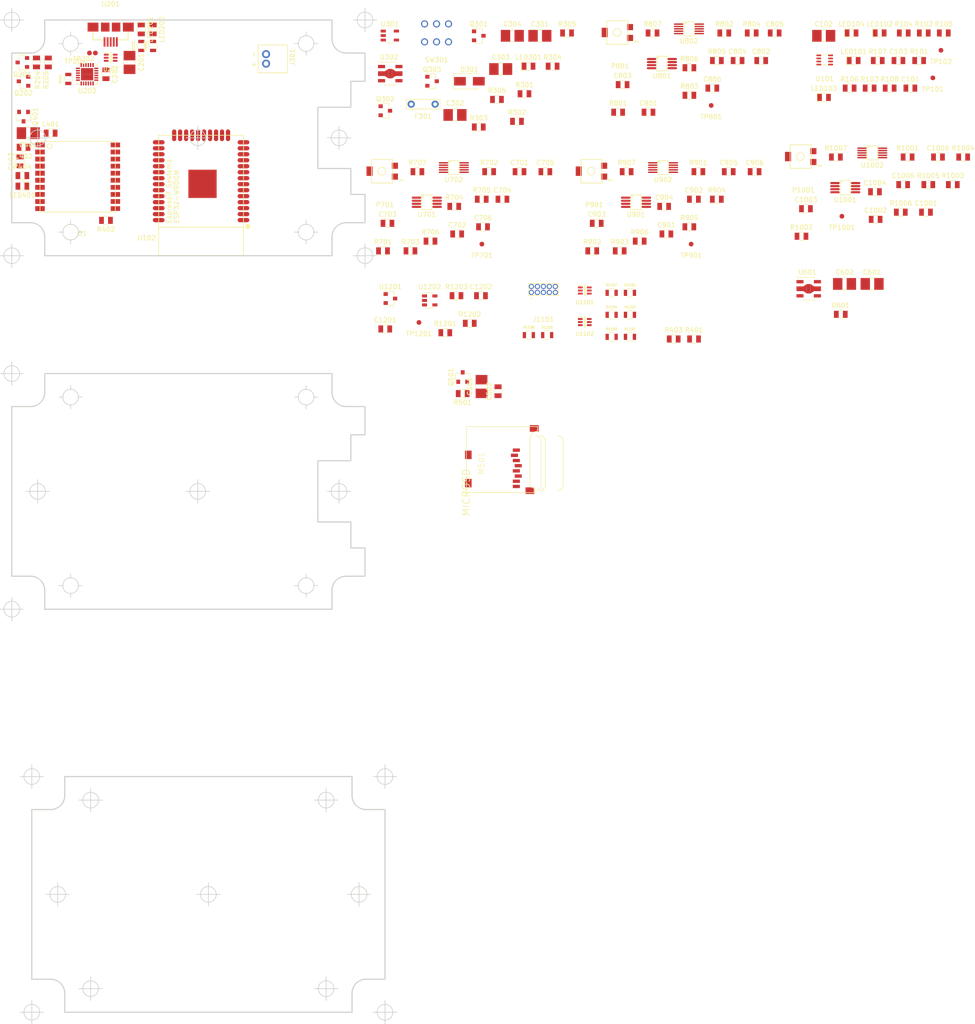
<source format=kicad_pcb>
(kicad_pcb (version 4) (host pcbnew 4.0.6)
  (layers (0 F.Cu signal) (1 In1.Cu power hide) (2 In2.Cu power hide) (31 B.Cu signal) (36 B.SilkS user) (37 F.SilkS user) (38 B.Mask user) (39 F.Mask user hide) (44 Edge.Cuts user))
  (net 0 "")
  (net 1 +3V3)
  (net 2 GND)
  (net 3 "Net-(R404-Pad2)")
  (net 4 /BOOTLOAD*)
  (net 5 /SCK)
  (net 6 /Power/V_BAT)
  (net 7 /Power/V_UNREG)
  (net 8 "Net-(LED301-PadA)")
  (net 9 /ALERT0)
  (net 10 +3.3VA)
  (net 11 /Power/+VBUS)
  (net 12 /KEEPALIVE)
  (net 13 /SHUTDOWN*)
  (net 14 /RXD)
  (net 15 /TXD)
  (net 16 "Net-(C701-Pad1)")
  (net 17 "Net-(C801-Pad1)")
  (net 18 "Net-(C802-Pad1)")
  (net 19 "Net-(C805-Pad1)")
  (net 20 "Net-(C901-Pad1)")
  (net 21 "Net-(C902-Pad1)")
  (net 22 "Net-(C905-Pad1)")
  (net 23 "Net-(C1001-Pad1)")
  (net 24 "Net-(C1002-Pad1)")
  (net 25 "Net-(C1005-Pad1)")
  (net 26 "Net-(LED101-PadA)")
  (net 27 "Net-(LED102-PadA)")
  (net 28 "Net-(LED103-PadA)")
  (net 29 "Net-(LED104-PadA)")
  (net 30 "Net-(LED401-PadA)")
  (net 31 /SD/DATA_OUT)
  (net 32 /SD/SCLK)
  (net 33 /SD/DATA_IN)
  (net 34 /SD/CS)
  (net 35 "Net-(P801-Pad2)")
  (net 36 "Net-(P901-Pad2)")
  (net 37 "Net-(P1001-Pad2)")
  (net 38 /GPS_EN*)
  (net 39 /SD_ENABLE*)
  (net 40 /LEDG)
  (net 41 /LEDR)
  (net 42 /LEDY)
  (net 43 /LEDB)
  (net 44 /+3.3VA_ENABLE)
  (net 45 /GPS_TXD)
  (net 46 /GPS_RXD)
  (net 47 "Net-(R704-Pad2)")
  (net 48 "Net-(R804-Pad1)")
  (net 49 "Net-(R804-Pad2)")
  (net 50 "Net-(R805-Pad2)")
  (net 51 "Net-(R904-Pad1)")
  (net 52 "Net-(R904-Pad2)")
  (net 53 "Net-(R905-Pad2)")
  (net 54 "Net-(R1004-Pad1)")
  (net 55 "Net-(R1004-Pad2)")
  (net 56 "Net-(R1005-Pad2)")
  (net 57 "Net-(TP801-Pad1)")
  (net 58 "Net-(TP901-Pad1)")
  (net 59 "Net-(TP1001-Pad1)")
  (net 60 /1PPS)
  (net 61 "Net-(U701-Pad6)")
  (net 62 /GPS_RESET*)
  (net 63 "Net-(U801-Pad6)")
  (net 64 "Net-(U901-Pad6)")
  (net 65 "Net-(U1001-Pad6)")
  (net 66 /ESP32_RESET*)
  (net 67 /Power/+V_UNREG_SW)
  (net 68 "Net-(C401-Pad1)")
  (net 69 "Net-(BT401-Pad1)")
  (net 70 "Net-(C501-Pad1)")
  (net 71 /+V_UNREG_SW)
  (net 72 "Net-(C702-Pad1)")
  (net 73 "Net-(C705-Pad1)")
  (net 74 "Net-(C1201-Pad1)")
  (net 75 "Net-(F301-Pad2)")
  (net 76 "Net-(J1101-Pad2)")
  (net 77 "Net-(J1101-Pad3)")
  (net 78 "Net-(J1101-Pad4)")
  (net 79 "Net-(J1101-Pad5)")
  (net 80 "Net-(J1101-Pad6)")
  (net 81 "Net-(J1101-Pad7)")
  (net 82 "Net-(J1101-Pad8)")
  (net 83 "Net-(J1101-Pad9)")
  (net 84 "Net-(L401-Pad2)")
  (net 85 "Net-(LED201-PadA)")
  (net 86 "Net-(LED202-PadA)")
  (net 87 "Net-(LED301-PadK)")
  (net 88 "Net-(P701-Pad2)")
  (net 89 "Net-(Q201-Pad1)")
  (net 90 "Net-(Q201-Pad2)")
  (net 91 "Net-(Q202-Pad1)")
  (net 92 "Net-(Q202-Pad2)")
  (net 93 "Net-(Q301-Pad3)")
  (net 94 "Net-(R201-Pad1)")
  (net 95 "Net-(R202-Pad1)")
  (net 96 "Net-(R203-Pad1)")
  (net 97 "Net-(R304-Pad2)")
  (net 98 "Net-(R402-Pad2)")
  (net 99 "Net-(R403-Pad2)")
  (net 100 /analog/IN_0)
  (net 101 /analog/VREF)
  (net 102 "Net-(R704-Pad1)")
  (net 103 "Net-(R705-Pad2)")
  (net 104 /analog/AUX_IN_0)
  (net 105 /analog/IN_1)
  (net 106 /analog/AUX_IN_1)
  (net 107 /analog/IN_2)
  (net 108 /analog/AUX_IN_2)
  (net 109 /analog/IN_3)
  (net 110 /analog/AUX_IN_3)
  (net 111 "Net-(R1201-Pad2)")
  (net 112 "Net-(TP101-Pad1)")
  (net 113 "Net-(TP102-Pad1)")
  (net 114 "Net-(TP701-Pad1)")
  (net 115 "Net-(U201-Pad2)")
  (net 116 "Net-(U201-Pad3)")
  (net 117 "Net-(U401-Pad7)")
  (net 118 "Net-(U401-Pad6)")
  (module paddle:KH_F20_mounting_hole (layer F.Cu) (at 112.5 55)
    (fp_text reference REF** hide)
    (fp_text value hole)
    (pad "" np_thru_hole circle (at 0 0) (size 3 3) (drill 3) (layers *.Cu *.Mask))
  )
  (module paddle:KH_F20_mounting_hole (layer F.Cu) (at 62.5 55)
    (fp_text reference REF** hide)
    (fp_text value hole)
    (pad "" np_thru_hole circle (at 0 0) (size 3 3) (drill 3) (layers *.Cu *.Mask))
  )
  (module paddle:SOT-23 (layer F.Cu) (at 52.5 63 180)
    (fp_text reference Q202 (at 0 -2.5 180) (layer F.SilkS))
    (fp_text value MMBT4401)
    (pad 1 smd rect (at -1 -0.95 180) (size 0.9 0.8) (layers F.Cu F.Mask) (net 91 "Net-(Q202-Pad1)"))
    (pad 2 smd rect (at -1 0.95 180) (size 0.9 0.8) (layers F.Cu F.Mask) (net 92 "Net-(Q202-Pad2)"))
    (pad 3 smd rect (at 1 0 180) (size 0.9 0.8) (layers F.Cu F.Mask) (net 66 /ESP32_RESET*))
  )
  (module paddle:SOT-23 (layer F.Cu) (at 52.25 59 180)
    (fp_text reference Q201 (at 0 -2.5 180) (layer F.SilkS))
    (fp_text value MMBT4401)
    (pad 1 smd rect (at -1 -0.95 180) (size 0.9 0.8) (layers F.Cu F.Mask) (net 89 "Net-(Q201-Pad1)"))
    (pad 2 smd rect (at -1 0.95 180) (size 0.9 0.8) (layers F.Cu F.Mask) (net 90 "Net-(Q201-Pad2)"))
    (pad 3 smd rect (at 1 0 180) (size 0.9 0.8) (layers F.Cu F.Mask) (net 4 /BOOTLOAD*))
  )
  (module paddle:SMD_0805 (layer F.Cu) (at 240.808429 64.447999)
    (fp_text reference C101 (at 0 -1.9) (layer F.SilkS))
    (fp_text value 1.0uF)
    (pad 1 smd rect (at -0.95 0) (size 1 1.5) (layers F.Cu F.Mask) (net 66 /ESP32_RESET*))
    (pad 2 smd rect (at 0.95 0) (size 1 1.5) (layers F.Cu F.Mask) (net 2 GND))
  )
  (module paddle:SMD_1206 (layer F.Cu) (at 222.412002 53.347999)
    (fp_text reference C102 (at 0 -2.5) (layer F.SilkS))
    (fp_text value 10uF)
    (pad 1 smd rect (at -1.45 0) (size 2 2.5) (layers F.Cu F.Mask) (net 1 +3V3))
    (pad 2 smd rect (at 1.45 0) (size 2 2.5) (layers F.Cu F.Mask) (net 2 GND))
  )
  (module paddle:SMD_0805 (layer F.Cu) (at 238.278429 58.597999)
    (fp_text reference C103 (at 0 -1.9) (layer F.SilkS))
    (fp_text value 0.1uF)
    (pad 1 smd rect (at -0.95 0) (size 1 1.5) (layers F.Cu F.Mask) (net 1 +3V3))
    (pad 2 smd rect (at 0.95 0) (size 1 1.5) (layers F.Cu F.Mask) (net 2 GND))
  )
  (module paddle:SMD_1206 (layer F.Cu) (at 75 59 270)
    (fp_text reference C201 (at 0 -2.5 270) (layer F.SilkS))
    (fp_text value 10uF)
    (pad 1 smd rect (at -1.45 0 270) (size 2 2.5) (layers F.Cu F.Mask) (net 1 +3V3))
    (pad 2 smd rect (at 1.45 0 270) (size 2 2.5) (layers F.Cu F.Mask) (net 2 GND))
  )
  (module paddle:SMD_0805 (layer F.Cu) (at 70 61.5 270)
    (fp_text reference C202 (at 0 -1.9 270) (layer F.SilkS))
    (fp_text value 0.1uF)
    (pad 1 smd rect (at -0.95 0 270) (size 1 1.5) (layers F.Cu F.Mask) (net 1 +3V3))
    (pad 2 smd rect (at 0.95 0 270) (size 1 1.5) (layers F.Cu F.Mask) (net 2 GND))
  )
  (module paddle:SMD_0805 (layer F.Cu) (at 242.675572 58.597999)
    (fp_text reference R101 (at 0 -1.9) (layer F.SilkS))
    (fp_text value 10k)
    (pad 1 smd rect (at -0.95 0) (size 1 1.5) (layers F.Cu F.Mask) (net 1 +3V3))
    (pad 2 smd rect (at 0.95 0) (size 1 1.5) (layers F.Cu F.Mask) (net 9 /ALERT0))
  )
  (module paddle:SMD_0805 (layer F.Cu) (at 243.655572 52.747999)
    (fp_text reference R102 (at 0 -1.9) (layer F.SilkS))
    (fp_text value 4.7k)
    (pad 1 smd rect (at -0.95 0) (size 1 1.5) (layers F.Cu F.Mask) (net 1 +3V3))
    (pad 2 smd rect (at 0.95 0) (size 1 1.5) (layers F.Cu F.Mask) (net 5 /SCK))
  )
  (module paddle:SMD_0805 (layer F.Cu) (at 232.165572 64.447999)
    (fp_text reference R103 (at 0 -1.9) (layer F.SilkS))
    (fp_text value 4.7k)
    (pad 1 smd rect (at -0.95 0) (size 1 1.5) (layers F.Cu F.Mask) (net 1 +3V3))
    (pad 2 smd rect (at 0.95 0) (size 1 1.5) (layers F.Cu F.Mask) (net 9 /ALERT0))
  )
  (module paddle:SMD_0805 (layer F.Cu) (at 239.405572 52.747999)
    (fp_text reference R104 (at 0 -1.9) (layer F.SilkS))
    (fp_text value 10k)
    (pad 1 smd rect (at -0.95 0) (size 1 1.5) (layers F.Cu F.Mask) (net 1 +3V3))
    (pad 2 smd rect (at 0.95 0) (size 1 1.5) (layers F.Cu F.Mask) (net 66 /ESP32_RESET*))
  )
  (module paddle:SMD_0805 (layer F.Cu) (at 247.905572 52.747999)
    (fp_text reference R105 (at 0 -1.9) (layer F.SilkS))
    (fp_text value 330)
    (pad 1 smd rect (at -0.95 0) (size 1 1.5) (layers F.Cu F.Mask) (net 40 /LEDG))
    (pad 2 smd rect (at 0.95 0) (size 1 1.5) (layers F.Cu F.Mask) (net 26 "Net-(LED101-PadA)"))
  )
  (module paddle:SMD_0805 (layer F.Cu) (at 227.915572 64.447999)
    (fp_text reference R106 (at 0 -1.9) (layer F.SilkS))
    (fp_text value 330)
    (pad 1 smd rect (at -0.95 0) (size 1 1.5) (layers F.Cu F.Mask) (net 41 /LEDR))
    (pad 2 smd rect (at 0.95 0) (size 1 1.5) (layers F.Cu F.Mask) (net 27 "Net-(LED102-PadA)"))
  )
  (module paddle:SMD_0805 (layer F.Cu) (at 233.885572 58.597999)
    (fp_text reference R107 (at 0 -1.9) (layer F.SilkS))
    (fp_text value 330)
    (pad 1 smd rect (at -0.95 0) (size 1 1.5) (layers F.Cu F.Mask) (net 42 /LEDY))
    (pad 2 smd rect (at 0.95 0) (size 1 1.5) (layers F.Cu F.Mask) (net 28 "Net-(LED103-PadA)"))
  )
  (module paddle:SMD_0805 (layer F.Cu) (at 57.75 59 90)
    (fp_text reference R204 (at -3.75 -2.25 90) (layer F.SilkS))
    (fp_text value 10k)
    (pad 1 smd rect (at -0.95 0 90) (size 1 1.5) (layers F.Cu F.Mask) (net 91 "Net-(Q202-Pad1)"))
    (pad 2 smd rect (at 0.95 0 90) (size 1 1.5) (layers F.Cu F.Mask) (net 90 "Net-(Q201-Pad2)"))
  )
  (module paddle:SMD_0805 (layer F.Cu) (at 55.25 59 270)
    (fp_text reference R205 (at 3.75 -2 270) (layer F.SilkS))
    (fp_text value 10k)
    (pad 1 smd rect (at -0.95 0 270) (size 1 1.5) (layers F.Cu F.Mask) (net 89 "Net-(Q201-Pad1)"))
    (pad 2 smd rect (at 0.95 0 270) (size 1 1.5) (layers F.Cu F.Mask) (net 92 "Net-(Q202-Pad2)"))
  )
  (module paddle:SMD_0805 (layer F.Cu) (at 158.875572 65.647999)
    (fp_text reference R301 (at 0 -1.9) (layer F.SilkS))
    (fp_text value 1.0K)
    (pad 1 smd rect (at -0.95 0) (size 1 1.5) (layers F.Cu F.Mask) (net 11 /Power/+VBUS))
    (pad 2 smd rect (at 0.95 0) (size 1 1.5) (layers F.Cu F.Mask) (net 8 "Net-(LED301-PadA)"))
  )
  (module paddle:SMD_0805 (layer F.Cu) (at 157.275572 71.497999)
    (fp_text reference R302 (at 0 -1.9) (layer F.SilkS))
    (fp_text value 1Meg)
    (pad 1 smd rect (at -0.95 0) (size 1 1.5) (layers F.Cu F.Mask) (net 2 GND))
    (pad 2 smd rect (at 0.95 0) (size 1 1.5) (layers F.Cu F.Mask) (net 12 /KEEPALIVE))
  )
  (module paddle:SMD_0805 (layer F.Cu) (at 149.165572 72.697999)
    (fp_text reference R303 (at 0 -1.9) (layer F.SilkS))
    (fp_text value 1Meg)
    (pad 1 smd rect (at -0.95 0) (size 1 1.5) (layers F.Cu F.Mask) (net 93 "Net-(Q301-Pad3)"))
    (pad 2 smd rect (at 0.95 0) (size 1 1.5) (layers F.Cu F.Mask) (net 7 /Power/V_UNREG))
  )
  (module paddle:SMD_0805 (layer F.Cu) (at 164.845572 59.797999)
    (fp_text reference R304 (at 0 -1.9) (layer F.SilkS))
    (fp_text value 4.7K)
    (pad 1 smd rect (at -0.95 0) (size 1 1.5) (layers F.Cu F.Mask) (net 2 GND))
    (pad 2 smd rect (at 0.95 0) (size 1 1.5) (layers F.Cu F.Mask) (net 97 "Net-(R304-Pad2)"))
  )
  (module paddle:SMD_0805 (layer F.Cu) (at 167.909858 52.747999)
    (fp_text reference R305 (at 0 -1.9) (layer F.SilkS))
    (fp_text value 1.0Meg)
    (pad 1 smd rect (at -0.95 0) (size 1 1.5) (layers F.Cu F.Mask) (net 2 GND))
    (pad 2 smd rect (at 0.95 0) (size 1 1.5) (layers F.Cu F.Mask) (net 11 /Power/+VBUS))
  )
  (module paddle:SMD_D_0805 (layer F.Cu) (at 77.5 52 270)
    (fp_text reference LED201 (at 0 -1.9 270) (layer F.SilkS))
    (fp_text value LED)
    (pad K smd rect (at -0.95 0 270) (size 1 1.5) (layers F.Cu F.Mask) (net 2 GND))
    (pad A smd rect (at 0.95 0 270) (size 1 1.5) (layers F.Cu F.Mask) (net 85 "Net-(LED201-PadA)"))
  )
  (module paddle:SMD_1206 (layer F.Cu) (at 53.5 74 180)
    (fp_text reference C401 (at 0 -2.5 180) (layer F.SilkS))
    (fp_text value 10uF)
    (pad 1 smd rect (at -1.45 0 180) (size 2 2.5) (layers F.Cu F.Mask) (net 68 "Net-(C401-Pad1)"))
    (pad 2 smd rect (at 1.45 0 180) (size 2 2.5) (layers F.Cu F.Mask) (net 2 GND))
  )
  (module paddle:SMD_0805 (layer F.Cu) (at 52.5 77 180)
    (fp_text reference C402 (at 0 -1.9 180) (layer F.SilkS))
    (fp_text value 0.01uF)
    (pad 1 smd rect (at -0.95 0 180) (size 1 1.5) (layers F.Cu F.Mask) (net 68 "Net-(C401-Pad1)"))
    (pad 2 smd rect (at 0.95 0 180) (size 1 1.5) (layers F.Cu F.Mask) (net 2 GND))
  )
  (module paddle:SMD_0805 (layer F.Cu) (at 153.025572 66.847999)
    (fp_text reference R306 (at 0 -1.9) (layer F.SilkS))
    (fp_text value 100k)
    (pad 1 smd rect (at -0.95 0) (size 1 1.5) (layers F.Cu F.Mask) (net 13 /SHUTDOWN*))
    (pad 2 smd rect (at 0.95 0) (size 1 1.5) (layers F.Cu F.Mask) (net 1 +3V3))
  )
  (module paddle:SMD_1206 (layer F.Cu) (at 162.142002 53.347999)
    (fp_text reference C301 (at 0 -2.5) (layer F.SilkS))
    (fp_text value 10uF)
    (pad 1 smd rect (at -1.45 0) (size 2 2.5) (layers F.Cu F.Mask) (net 11 /Power/+VBUS))
    (pad 2 smd rect (at 1.45 0) (size 2 2.5) (layers F.Cu F.Mask) (net 2 GND))
  )
  (module paddle:SMD_1206 (layer F.Cu) (at 144.112002 70.137999)
    (fp_text reference C302 (at 0 -2.5) (layer F.SilkS))
    (fp_text value 10uF)
    (pad 1 smd rect (at -1.45 0) (size 2 2.5) (layers F.Cu F.Mask) (net 6 /Power/V_BAT))
    (pad 2 smd rect (at 1.45 0) (size 2 2.5) (layers F.Cu F.Mask) (net 2 GND))
  )
  (module paddle:SMD_1206 (layer F.Cu) (at 153.822002 60.397999)
    (fp_text reference C303 (at 0 -2.5) (layer F.SilkS))
    (fp_text value 10uF)
    (pad 1 smd rect (at -1.45 0) (size 2 2.5) (layers F.Cu F.Mask) (net 67 /Power/+V_UNREG_SW))
    (pad 2 smd rect (at 1.45 0) (size 2 2.5) (layers F.Cu F.Mask) (net 2 GND))
  )
  (module paddle:SMD_1206 (layer F.Cu) (at 156.292002 53.347999)
    (fp_text reference C304 (at 0 -2.5) (layer F.SilkS))
    (fp_text value 10uF)
    (pad 1 smd rect (at -1.45 0) (size 2 2.5) (layers F.Cu F.Mask) (net 1 +3V3))
    (pad 2 smd rect (at 1.45 0) (size 2 2.5) (layers F.Cu F.Mask) (net 2 GND))
  )
  (module paddle:SMD_1206 (layer F.Cu) (at 149.75 127.75 90)
    (fp_text reference C501 (at 0 -2.5 90) (layer F.SilkS))
    (fp_text value 10uF)
    (pad 1 smd rect (at -1.45 0 90) (size 2 2.5) (layers F.Cu F.Mask) (net 70 "Net-(C501-Pad1)"))
    (pad 2 smd rect (at 1.45 0 90) (size 2 2.5) (layers F.Cu F.Mask) (net 2 GND))
  )
  (module paddle:SMD_0805 (layer F.Cu) (at 153.25 128.75 90)
    (fp_text reference C502 (at 0 -1.9 90) (layer F.SilkS))
    (fp_text value 0.1uF)
    (pad 1 smd rect (at -0.95 0 90) (size 1 1.5) (layers F.Cu F.Mask) (net 70 "Net-(C501-Pad1)"))
    (pad 2 smd rect (at 0.95 0 90) (size 1 1.5) (layers F.Cu F.Mask) (net 2 GND))
  )
  (module paddle:D_SMA (layer F.Cu) (at 147.172002 62.987999)
    (fp_text reference D301 (at 0 -2.5) (layer F.SilkS))
    (fp_text value Schottky)
    (pad K smd rect (at -2 0) (size 2.5 1.8) (layers F.Cu F.Mask) (net 7 /Power/V_UNREG))
    (pad A smd rect (at 2 0) (size 2.5 1.8) (layers F.Cu F.Mask) (net 11 /Power/+VBUS))
  )
  (module paddle:radial-0.2-in-0.7mm-hole (layer F.Cu) (at 137.358002 67.854)
    (fp_text reference F301 (at 0 2.6) (layer F.SilkS))
    (fp_text value "1A Poly")
    (pad 1 thru_hole circle (at -2.54 0) (size 1.524 1.524) (drill 0.8) (layers *.Cu *.Mask) (net 6 /Power/V_BAT))
    (pad 2 thru_hole circle (at 2.54 0) (size 1.524 1.524) (drill 0.8) (layers *.Cu *.Mask) (net 75 "Net-(F301-Pad2)"))
  )
  (module paddle:JST_battery_header_B2B-PH-K-S (layer F.Cu) (at 104 58.25 90)
    (fp_text reference J301 (at 0.35 5.6 90) (layer F.SilkS))
    (fp_text value Battery)
    (fp_text user - (at 1 -2.6 90) (layer F.SilkS))
    (fp_text user + (at -1.2 -2.6 90) (layer F.SilkS))
    (pad 1 thru_hole circle (at -1 0 90) (size 1.7 1.7) (drill 1) (layers *.Cu *.Mask) (net 75 "Net-(F301-Pad2)"))
    (pad 2 thru_hole circle (at 1 0 90) (size 1.7 1.7) (drill 1) (layers *.Cu *.Mask) (net 2 GND))
  )
  (module paddle:SMD_0805 (layer F.Cu) (at 58.25 74)
    (fp_text reference L401 (at 0 -1.9) (layer F.SilkS))
    (fp_text value bead)
    (pad 1 smd rect (at -0.95 0) (size 1 1.5) (layers F.Cu F.Mask) (net 68 "Net-(C401-Pad1)"))
    (pad 2 smd rect (at 0.95 0) (size 1 1.5) (layers F.Cu F.Mask) (net 84 "Net-(L401-Pad2)"))
  )
  (module paddle:SMD_D_0805 (layer F.Cu) (at 228.772715 58.597999)
    (fp_text reference LED101 (at 0 -1.9) (layer F.SilkS))
    (fp_text value LED)
    (pad K smd rect (at -0.95 0) (size 1 1.5) (layers F.Cu F.Mask) (net 2 GND))
    (pad A smd rect (at 0.95 0) (size 1 1.5) (layers F.Cu F.Mask) (net 26 "Net-(LED101-PadA)"))
  )
  (module paddle:SMD_D_0805 (layer F.Cu) (at 234.292715 52.747999)
    (fp_text reference LED102 (at 0 -1.9) (layer F.SilkS))
    (fp_text value LED)
    (pad K smd rect (at -0.95 0) (size 1 1.5) (layers F.Cu F.Mask) (net 2 GND))
    (pad A smd rect (at 0.95 0) (size 1 1.5) (layers F.Cu F.Mask) (net 27 "Net-(LED102-PadA)"))
  )
  (module paddle:SMD_D_0805 (layer F.Cu) (at 222.472715 66.417999)
    (fp_text reference LED103 (at 0 -1.9) (layer F.SilkS))
    (fp_text value LED)
    (pad K smd rect (at -0.95 0) (size 1 1.5) (layers F.Cu F.Mask) (net 2 GND))
    (pad A smd rect (at 0.95 0) (size 1 1.5) (layers F.Cu F.Mask) (net 28 "Net-(LED103-PadA)"))
  )
  (module paddle:SMD_D_0805 (layer F.Cu) (at 228.322715 52.747999)
    (fp_text reference LED104 (at 0 -1.9) (layer F.SilkS))
    (fp_text value LED)
    (pad K smd rect (at -0.95 0) (size 1 1.5) (layers F.Cu F.Mask) (net 2 GND))
    (pad A smd rect (at 0.95 0) (size 1 1.5) (layers F.Cu F.Mask) (net 29 "Net-(LED104-PadA)"))
  )
  (module paddle:SMD_D_0805 (layer F.Cu) (at 159.732715 59.797999)
    (fp_text reference LED301 (at 0 -1.9) (layer F.SilkS))
    (fp_text value Charge)
    (pad K smd rect (at -0.95 0) (size 1 1.5) (layers F.Cu F.Mask) (net 87 "Net-(LED301-PadK)"))
    (pad A smd rect (at 0.95 0) (size 1 1.5) (layers F.Cu F.Mask) (net 8 "Net-(LED301-PadA)"))
  )
  (module paddle:SMD_D_0805 (layer F.Cu) (at 52.25 85.25 180)
    (fp_text reference LED401 (at 0 -1.9 180) (layer F.SilkS))
    (fp_text value LED)
    (pad K smd rect (at -0.95 0 180) (size 1 1.5) (layers F.Cu F.Mask) (net 2 GND))
    (pad A smd rect (at 0.95 0 180) (size 1 1.5) (layers F.Cu F.Mask) (net 30 "Net-(LED401-PadA)"))
  )
  (module adafruit:MICROSD (layer F.Cu) (at 146.5 150.25 90)
    (fp_text reference M501 (at 3.7 3.94 90) (layer F.SilkS) (effects (font (size 1.2065 1.2065) (thickness 0.1016)) (justify left bottom)))
    (fp_text value MICROSD (at 0 0 90) (layer F.SilkS))
    (pad MT1 smd rect (at 0.4 13.54 90) (size 1.4 1.9) (layers F.Cu F.Mask) (net 2 GND))
    (pad MT2 smd rect (at 13.6 14.44 90) (size 1.4 1.9) (layers F.Cu F.Mask) (net 2 GND))
    (pad CD1 smd rect (at 2 0.44 180) (size 1.4 1.8) (layers F.Cu F.Mask))
    (pad CD2 smd rect (at 8 0.44 180) (size 1.4 1.8) (layers F.Cu F.Mask))
    (pad 8 smd rect (at 1.3 10.64 90) (size 0.7 1.5) (layers F.Cu F.Mask))
    (pad 7 smd rect (at 2.4 10.64 90) (size 0.7 1.5) (layers F.Cu F.Mask) (net 31 /SD/DATA_OUT))
    (pad 6 smd rect (at 3.5 11.04 90) (size 0.7 1.5) (layers F.Cu F.Mask) (net 2 GND))
    (pad 5 smd rect (at 4.6 10.64 90) (size 0.7 1.5) (layers F.Cu F.Mask) (net 32 /SD/SCLK))
    (pad 4 smd rect (at 5.7 11.04 90) (size 0.7 1.5) (layers F.Cu F.Mask) (net 70 "Net-(C501-Pad1)"))
    (pad 3 smd rect (at 6.8 10.64 90) (size 0.7 1.5) (layers F.Cu F.Mask) (net 33 /SD/DATA_IN))
    (pad 2 smd rect (at 7.9 10.24 90) (size 0.7 1.5) (layers F.Cu F.Mask) (net 34 /SD/CS))
    (pad 1 smd rect (at 9 10.64 90) (size 0.7 1.5) (layers F.Cu F.Mask))
  )
  (module paddle:SOT-23 (layer F.Cu) (at 149.167001 53.347999)
    (fp_text reference Q301 (at 0 -2.5) (layer F.SilkS))
    (fp_text value DMG3414U)
    (pad 1 smd rect (at -1 -0.95) (size 0.9 0.8) (layers F.Cu F.Mask) (net 12 /KEEPALIVE))
    (pad 2 smd rect (at -1 0.95) (size 0.9 0.8) (layers F.Cu F.Mask) (net 2 GND))
    (pad 3 smd rect (at 1 0) (size 0.9 0.8) (layers F.Cu F.Mask) (net 93 "Net-(Q301-Pad3)"))
  )
  (module paddle:SOT-23 (layer F.Cu) (at 129.327001 69.247999)
    (fp_text reference Q302 (at 0 -2.5) (layer F.SilkS))
    (fp_text value DMG3415U)
    (pad 1 smd rect (at -1 -0.95) (size 0.9 0.8) (layers F.Cu F.Mask) (net 93 "Net-(Q301-Pad3)"))
    (pad 2 smd rect (at -1 0.95) (size 0.9 0.8) (layers F.Cu F.Mask) (net 7 /Power/V_UNREG))
    (pad 3 smd rect (at 1 0) (size 0.9 0.8) (layers F.Cu F.Mask) (net 67 /Power/+V_UNREG_SW))
  )
  (module paddle:SOT-23 (layer F.Cu) (at 139.247001 62.987999)
    (fp_text reference Q303 (at 0 -2.5) (layer F.SilkS))
    (fp_text value DMG3415U)
    (pad 1 smd rect (at -1 -0.95) (size 0.9 0.8) (layers F.Cu F.Mask) (net 11 /Power/+VBUS))
    (pad 2 smd rect (at -1 0.95) (size 0.9 0.8) (layers F.Cu F.Mask) (net 7 /Power/V_UNREG))
    (pad 3 smd rect (at 1 0) (size 0.9 0.8) (layers F.Cu F.Mask) (net 6 /Power/V_BAT))
  )
  (module paddle:SOT-23 (layer F.Cu) (at 52.5 70.5 270)
    (fp_text reference Q401 (at 0 -2.5 270) (layer F.SilkS))
    (fp_text value DMG3415U)
    (pad 1 smd rect (at -1 -0.95 270) (size 0.9 0.8) (layers F.Cu F.Mask) (net 38 /GPS_EN*))
    (pad 2 smd rect (at -1 0.95 270) (size 0.9 0.8) (layers F.Cu F.Mask) (net 1 +3V3))
    (pad 3 smd rect (at 1 0 270) (size 0.9 0.8) (layers F.Cu F.Mask) (net 84 "Net-(L401-Pad2)"))
  )
  (module paddle:SOT-23 (layer F.Cu) (at 145.75 125.75 90)
    (fp_text reference Q501 (at 0 -2.5 90) (layer F.SilkS))
    (fp_text value DMG3415U)
    (pad 1 smd rect (at -1 -0.95 90) (size 0.9 0.8) (layers F.Cu F.Mask) (net 39 /SD_ENABLE*))
    (pad 2 smd rect (at -1 0.95 90) (size 0.9 0.8) (layers F.Cu F.Mask) (net 1 +3V3))
    (pad 3 smd rect (at 1 0 90) (size 0.9 0.8) (layers F.Cu F.Mask) (net 70 "Net-(C501-Pad1)"))
  )
  (module paddle:SMD_0805 (layer F.Cu) (at 236.415572 64.447999)
    (fp_text reference R108 (at 0 -1.9) (layer F.SilkS))
    (fp_text value 330)
    (pad 1 smd rect (at -0.95 0) (size 1 1.5) (layers F.Cu F.Mask) (net 43 /LEDB))
    (pad 2 smd rect (at 0.95 0) (size 1 1.5) (layers F.Cu F.Mask) (net 29 "Net-(LED104-PadA)"))
  )
  (module paddle:SMD_0805 (layer F.Cu) (at 194.877001 117.667999)
    (fp_text reference R401 (at 0 -1.9) (layer F.SilkS))
    (fp_text value 1MEG)
    (pad 1 smd rect (at -0.95 0) (size 1 1.5) (layers F.Cu F.Mask))
    (pad 2 smd rect (at 0.95 0) (size 1 1.5) (layers F.Cu F.Mask) (net 38 /GPS_EN*))
  )
  (module paddle:SMD_0805 (layer F.Cu) (at 70 92.5 180)
    (fp_text reference R402 (at 0 -1.9 180) (layer F.SilkS))
    (fp_text value 330)
    (pad 1 smd rect (at -0.95 0 180) (size 1 1.5) (layers F.Cu F.Mask) (net 45 /GPS_TXD))
    (pad 2 smd rect (at 0.95 0 180) (size 1 1.5) (layers F.Cu F.Mask) (net 98 "Net-(R402-Pad2)"))
  )
  (module paddle:SMD_0805 (layer F.Cu) (at 190.555572 117.667999)
    (fp_text reference R403 (at 0 -1.9) (layer F.SilkS))
    (fp_text value 330)
    (pad 1 smd rect (at -0.95 0) (size 1 1.5) (layers F.Cu F.Mask) (net 46 /GPS_RXD))
    (pad 2 smd rect (at 0.95 0) (size 1 1.5) (layers F.Cu F.Mask) (net 99 "Net-(R403-Pad2)"))
  )
  (module paddle:SMD_0805 (layer F.Cu) (at 52.25 83)
    (fp_text reference R404 (at 0 -1.9) (layer F.SilkS))
    (fp_text value 330)
    (pad 1 smd rect (at -0.95 0) (size 1 1.5) (layers F.Cu F.Mask) (net 30 "Net-(LED401-PadA)"))
    (pad 2 smd rect (at 0.95 0) (size 1 1.5) (layers F.Cu F.Mask) (net 3 "Net-(R404-Pad2)"))
  )
  (module paddle:SMD_0805 (layer F.Cu) (at 145.75 129.25 180)
    (fp_text reference R501 (at 0 -1.9 180) (layer F.SilkS))
    (fp_text value 1MEG)
    (pad 1 smd rect (at -0.95 0 180) (size 1 1.5) (layers F.Cu F.Mask) (net 1 +3V3))
    (pad 2 smd rect (at 0.95 0 180) (size 1 1.5) (layers F.Cu F.Mask) (net 39 /SD_ENABLE*))
  )
  (module paddle:dpdt_switch (layer F.Cu) (at 140.19843 52.727999)
    (fp_text reference SW301 (at 0 5.715) (layer F.SilkS))
    (fp_text value SW_DPDT_x2)
    (pad 2 thru_hole circle (at 0 1.905) (size 1.5 1.5) (drill 1) (layers *.Cu *.Mask) (net 67 /Power/+V_UNREG_SW))
    (pad 5 thru_hole circle (at 0 -1.905) (size 1.5 1.5) (drill 1) (layers *.Cu *.Mask) (net 13 /SHUTDOWN*))
    (pad 4 thru_hole circle (at -2.54 -1.905) (size 1.5 1.5) (drill 1) (layers *.Cu *.Mask))
    (pad 1 thru_hole circle (at -2.54 1.905) (size 1.5 1.5) (drill 1) (layers *.Cu *.Mask) (net 7 /Power/V_UNREG))
    (pad 3 thru_hole circle (at 2.54 1.905) (size 1.5 1.5) (drill 1) (layers *.Cu *.Mask))
    (pad 6 thru_hole circle (at 2.54 -1.905) (size 1.5 1.5) (drill 1) (layers *.Cu *.Mask) (net 2 GND))
  )
  (module paddle:tp_th_1mm (layer F.Cu) (at 67.75 57)
    (fp_text reference TP201 (at -4.25 1.75) (layer F.SilkS))
    (fp_text value RXD)
    (pad 1 smd circle (at 0 0) (size 1 1) (layers F.Cu F.Mask) (net 15 /TXD))
  )
  (module paddle:tp_th_1mm (layer F.Cu) (at 66.5 57)
    (fp_text reference TP202 (at -1.25 1.25) (layer F.SilkS))
    (fp_text value TXD)
    (pad 1 smd circle (at 0 0) (size 1 1) (layers F.Cu F.Mask) (net 14 /RXD))
  )
  (module paddle:BME280 (layer F.Cu) (at 222.639382 58.473)
    (fp_text reference U101 (at 0 4) (layer F.SilkS))
    (fp_text value BME280)
    (pad 8 smd rect (at -1.275 -0.975) (size 1 0.35) (layers F.Cu F.Mask) (net 1 +3V3))
    (pad 7 smd rect (at -1.275 -0.325) (size 1 0.35) (layers F.Cu F.Mask) (net 2 GND))
    (pad 6 smd rect (at -1.275 0.325) (size 1 0.35) (layers F.Cu F.Mask) (net 1 +3V3))
    (pad 5 smd rect (at -1.275 0.975) (size 1 0.35) (layers F.Cu F.Mask) (net 2 GND))
    (pad 4 smd rect (at 1.225 0.975) (size 1 0.35) (layers F.Cu F.Mask) (net 5 /SCK))
    (pad 3 smd rect (at 1.225 0.325) (size 1 0.35) (layers F.Cu F.Mask) (net 9 /ALERT0))
    (pad 2 smd rect (at 1.225 -0.325) (size 1 0.35) (layers F.Cu F.Mask) (net 1 +3V3))
    (pad 1 smd rect (at 1.225 -0.975) (size 1 0.35) (layers F.Cu F.Mask) (net 2 GND))
  )
  (module paddle:ESP32-WROOM (layer F.Cu) (at 90.2 87.2)
    (fp_text reference U102 (at -11.557 9.017) (layer F.SilkS))
    (fp_text value ESP32-WROOM)
    (fp_text user "Espressif Systems" (at -6.858 -0.889 90) (layer F.SilkS))
    (fp_text user ESP32-WROOM (at -5.207 0.254 90) (layer F.SilkS))
    (pad 38 smd oval (at -9 5.25) (size 2.5 0.9) (layers F.Cu F.Mask) (net 2 GND))
    (pad 37 smd oval (at -9 3.98) (size 2.5 0.9) (layers F.Cu F.Mask) (net 33 /SD/DATA_IN))
    (pad 36 smd oval (at -9 2.71) (size 2.5 0.9) (layers F.Cu F.Mask) (net 5 /SCK))
    (pad 35 smd oval (at -9 1.44) (size 2.5 0.9) (layers F.Cu F.Mask) (net 14 /RXD))
    (pad 34 smd oval (at -9 0.17) (size 2.5 0.9) (layers F.Cu F.Mask) (net 15 /TXD))
    (pad 33 smd oval (at -9 -1.1) (size 2.5 0.9) (layers F.Cu F.Mask) (net 9 /ALERT0))
    (pad 32 smd oval (at -9 -2.37) (size 2.5 0.9) (layers F.Cu F.Mask))
    (pad 31 smd oval (at -9 -3.64) (size 2.5 0.9) (layers F.Cu F.Mask) (net 31 /SD/DATA_OUT))
    (pad 30 smd oval (at -9 -4.91) (size 2.5 0.9) (layers F.Cu F.Mask) (net 32 /SD/SCLK))
    (pad 29 smd oval (at -9 -6.18) (size 2.5 0.9) (layers F.Cu F.Mask) (net 34 /SD/CS))
    (pad 28 smd oval (at -9 -7.45) (size 2.5 0.9) (layers F.Cu F.Mask) (net 46 /GPS_RXD))
    (pad 27 smd oval (at -9 -8.72) (size 2.5 0.9) (layers F.Cu F.Mask) (net 45 /GPS_TXD))
    (pad 26 smd oval (at -9 -9.99) (size 2.5 0.9) (layers F.Cu F.Mask) (net 38 /GPS_EN*))
    (pad 25 smd oval (at -9 -11.26) (size 2.5 0.9) (layers F.Cu F.Mask) (net 4 /BOOTLOAD*))
    (pad 24 smd oval (at -5.715 -12.75) (size 0.9 2.5) (layers F.Cu F.Mask) (net 60 /1PPS))
    (pad 23 smd oval (at -4.445 -12.75) (size 0.9 2.5) (layers F.Cu F.Mask) (net 43 /LEDB))
    (pad 22 smd oval (at -3.175 -12.75) (size 0.9 2.5) (layers F.Cu F.Mask))
    (pad 21 smd oval (at -1.905 -12.75) (size 0.9 2.5) (layers F.Cu F.Mask))
    (pad 20 smd oval (at -0.635 -12.75) (size 0.9 2.5) (layers F.Cu F.Mask))
    (pad 19 smd oval (at 0.635 -12.75) (size 0.9 2.5) (layers F.Cu F.Mask))
    (pad 18 smd oval (at 1.905 -12.75) (size 0.9 2.5) (layers F.Cu F.Mask))
    (pad 17 smd oval (at 3.175 -12.75) (size 0.9 2.5) (layers F.Cu F.Mask))
    (pad 16 smd oval (at 4.445 -12.75) (size 0.9 2.5) (layers F.Cu F.Mask) (net 41 /LEDR))
    (pad 15 smd oval (at 5.715 -12.75) (size 0.9 2.5) (layers F.Cu F.Mask) (net 2 GND))
    (pad 14 smd oval (at 9 -11.26) (size 2.5 0.9) (layers F.Cu F.Mask) (net 42 /LEDY))
    (pad 13 smd oval (at 9 -9.99) (size 2.5 0.9) (layers F.Cu F.Mask) (net 40 /LEDG))
    (pad 12 smd oval (at 9 -8.72) (size 2.5 0.9) (layers F.Cu F.Mask) (net 39 /SD_ENABLE*))
    (pad 11 smd oval (at 9 -7.45) (size 2.5 0.9) (layers F.Cu F.Mask) (net 12 /KEEPALIVE))
    (pad 10 smd oval (at 9 -6.18) (size 2.5 0.9) (layers F.Cu F.Mask) (net 112 "Net-(TP101-Pad1)"))
    (pad 9 smd oval (at 9 -4.91) (size 2.5 0.9) (layers F.Cu F.Mask) (net 113 "Net-(TP102-Pad1)"))
    (pad 8 smd oval (at 9 -3.64) (size 2.5 0.9) (layers F.Cu F.Mask) (net 44 /+3.3VA_ENABLE))
    (pad 7 smd oval (at 9 -2.37) (size 2.5 0.9) (layers F.Cu F.Mask) (net 13 /SHUTDOWN*))
    (pad 6 smd oval (at 9 -1.1) (size 2.5 0.9) (layers F.Cu F.Mask) (net 9 /ALERT0))
    (pad 5 smd oval (at 9 0.17) (size 2.5 0.9) (layers F.Cu F.Mask))
    (pad 4 smd oval (at 9 1.44) (size 2.5 0.9) (layers F.Cu F.Mask))
    (pad 3 smd oval (at 9 2.71) (size 2.5 0.9) (layers F.Cu F.Mask) (net 66 /ESP32_RESET*))
    (pad 2 smd oval (at 9 3.98) (size 2.5 0.9) (layers F.Cu F.Mask) (net 1 +3V3))
    (pad 1 smd oval (at 9 5.25) (size 2.5 0.9) (layers F.Cu F.Mask) (net 2 GND))
    (pad 39 smd rect (at 0.3 -2.45) (size 6 6) (layers F.Cu F.Mask) (net 2 GND))
  )
  (module paddle:USB_micro_B_FCI_10104110 (layer F.Cu) (at 71 51.5 180)
    (fp_text reference U201 (at 0 4.9 180) (layer F.SilkS))
    (fp_text value USB_B_Socket)
    (pad 1 smd rect (at -1.3 -3.15 180) (size 0.4 2) (layers F.Cu F.Mask) (net 11 /Power/+VBUS))
    (pad 2 smd rect (at -0.65 -3.15 180) (size 0.4 2) (layers F.Cu F.Mask) (net 115 "Net-(U201-Pad2)"))
    (pad 3 smd rect (at 0 -3.15 180) (size 0.4 2) (layers F.Cu F.Mask) (net 116 "Net-(U201-Pad3)"))
    (pad 4 smd rect (at 0.65 -3.15 180) (size 0.4 2) (layers F.Cu F.Mask))
    (pad 5 smd rect (at 1.3 -3.15 180) (size 0.4 2) (layers F.Cu F.Mask) (net 2 GND))
    (pad 6 smd rect (at -1.15 0 180) (size 1.8 1.9) (layers F.Cu F.Mask) (net 2 GND))
    (pad 6 smd rect (at -3.75 0 180) (size 2.3 1.9) (layers F.Cu F.Mask) (net 2 GND))
    (pad 6 smd rect (at 3.75 0 180) (size 2.3 1.9) (layers F.Cu F.Mask) (net 2 GND))
    (pad 6 smd rect (at 1.15 0 180) (size 1.8 1.9) (layers F.Cu F.Mask) (net 2 GND))
  )
  (module paddle:QFN-24-1EP_4x4mm_Pitch0.5mm (layer F.Cu) (at 66 61.5)
    (fp_text reference U203 (at 0 3.5) (layer F.SilkS))
    (fp_text value CP2104)
    (pad 1 smd rect (at -1.95 -1.25) (size 0.85 0.3) (layers F.Cu F.Mask))
    (pad 2 smd rect (at -1.95 -0.75) (size 0.85 0.3) (layers F.Cu F.Mask) (net 2 GND))
    (pad 3 smd rect (at -1.95 -0.25) (size 0.85 0.3) (layers F.Cu F.Mask) (net 115 "Net-(U201-Pad2)"))
    (pad 4 smd rect (at -1.95 0.25) (size 0.85 0.3) (layers F.Cu F.Mask) (net 116 "Net-(U201-Pad3)"))
    (pad 5 smd rect (at -1.95 0.75) (size 0.85 0.3) (layers F.Cu F.Mask) (net 1 +3V3))
    (pad 6 smd rect (at -1.95 1.25) (size 0.85 0.3) (layers F.Cu F.Mask) (net 1 +3V3))
    (pad 7 smd rect (at -1.25 1.95 90) (size 0.85 0.3) (layers F.Cu F.Mask) (net 1 +3V3))
    (pad 8 smd rect (at -0.75 1.95 90) (size 0.85 0.3) (layers F.Cu F.Mask) (net 11 /Power/+VBUS))
    (pad 9 smd rect (at -0.25 1.95 90) (size 0.85 0.3) (layers F.Cu F.Mask) (net 94 "Net-(R201-Pad1)"))
    (pad 10 smd rect (at 0.25 1.95 90) (size 0.85 0.3) (layers F.Cu F.Mask))
    (pad 11 smd rect (at 0.75 1.95 90) (size 0.85 0.3) (layers F.Cu F.Mask))
    (pad 12 smd rect (at 1.25 1.95 90) (size 0.85 0.3) (layers F.Cu F.Mask))
    (pad 13 smd rect (at 1.95 1.25) (size 0.85 0.3) (layers F.Cu F.Mask) (net 96 "Net-(R203-Pad1)"))
    (pad 14 smd rect (at 1.95 0.75) (size 0.85 0.3) (layers F.Cu F.Mask) (net 95 "Net-(R202-Pad1)"))
    (pad 15 smd rect (at 1.95 0.25) (size 0.85 0.3) (layers F.Cu F.Mask))
    (pad 16 smd rect (at 1.95 -0.25) (size 0.85 0.3) (layers F.Cu F.Mask))
    (pad 17 smd rect (at 1.95 -0.75) (size 0.85 0.3) (layers F.Cu F.Mask))
    (pad 18 smd rect (at 1.95 -1.25) (size 0.85 0.3) (layers F.Cu F.Mask))
    (pad 19 smd rect (at 1.25 -1.95 90) (size 0.85 0.3) (layers F.Cu F.Mask) (net 92 "Net-(Q202-Pad2)"))
    (pad 20 smd rect (at 0.75 -1.95 90) (size 0.85 0.3) (layers F.Cu F.Mask) (net 15 /TXD))
    (pad 21 smd rect (at 0.25 -1.95 90) (size 0.85 0.3) (layers F.Cu F.Mask) (net 14 /RXD))
    (pad 22 smd rect (at -0.25 -1.95 90) (size 0.85 0.3) (layers F.Cu F.Mask))
    (pad 23 smd rect (at -0.75 -1.95 90) (size 0.85 0.3) (layers F.Cu F.Mask) (net 90 "Net-(Q201-Pad2)"))
    (pad 24 smd rect (at -1.25 -1.95 90) (size 0.85 0.3) (layers F.Cu F.Mask))
    (pad 25 smd rect (at 0.65 0.65) (size 1.3 1.3) (layers F.Cu F.Mask) (net 2 GND))
    (pad 25 smd rect (at 0.65 -0.65) (size 1.3 1.3) (layers F.Cu F.Mask) (net 2 GND))
    (pad 25 smd rect (at -0.65 0.65) (size 1.3 1.3) (layers F.Cu F.Mask) (net 2 GND))
    (pad 25 smd rect (at -0.65 -0.65) (size 1.3 1.3) (layers F.Cu F.Mask) (net 2 GND))
  )
  (module paddle:SOT-23-5 (layer F.Cu) (at 130.279382 53.297999)
    (fp_text reference U301 (at 0 -2.45) (layer F.SilkS))
    (fp_text value MCP73831/2)
    (pad 1 smd rect (at -1.4 -0.95) (size 1.1 0.6) (layers F.Cu F.Mask) (net 87 "Net-(LED301-PadK)"))
    (pad 2 smd rect (at -1.4 0) (size 1.1 0.6) (layers F.Cu F.Mask) (net 2 GND))
    (pad 3 smd rect (at -1.4 0.95) (size 1.1 0.6) (layers F.Cu F.Mask) (net 6 /Power/V_BAT))
    (pad 4 smd rect (at 1.4 0.95) (size 1.1 0.6) (layers F.Cu F.Mask) (net 11 /Power/+VBUS))
    (pad 5 smd rect (at 1.4 -0.95) (size 1.1 0.6) (layers F.Cu F.Mask) (net 97 "Net-(R304-Pad2)"))
  )
  (module paddle:SOT89-5 (layer F.Cu) (at 130.363905 61.372999)
    (fp_text reference U302 (at -0.275 -3.525) (layer F.SilkS))
    (fp_text value NCP694-3.3)
    (pad 2 smd trapezoid (at 0.775 0 270) (size 1.5 0.75) (rect_delta 0 0.5) (layers F.Cu F.Mask) (net 2 GND))
    (pad 5 smd rect (at 1.85 -1.5 270) (size 0.7 1.5) (layers F.Cu F.Mask) (net 1 +3V3))
    (pad 4 smd rect (at 1.85 1.5 270) (size 0.7 1.5) (layers F.Cu F.Mask) (net 67 /Power/+V_UNREG_SW))
    (pad 1 smd rect (at -1.85 -1.5 270) (size 0.7 1.5) (layers F.Cu F.Mask))
    (pad 2 smd rect (at -1.85 0 270) (size 1 1.5) (layers F.Cu F.Mask) (net 2 GND))
    (pad 3 smd rect (at -1.85 1.5 270) (size 0.7 1.5) (layers F.Cu F.Mask) (net 67 /Power/+V_UNREG_SW))
    (pad 2 smd rect (at 1.85 0 270) (size 1 1.5) (layers F.Cu F.Mask) (net 2 GND))
    (pad 2 smd trapezoid (at -0.775 0 90) (size 1.5 0.75) (rect_delta 0 0.5) (layers F.Cu F.Mask) (net 2 GND))
    (pad 2 smd rect (at 0 0 270) (size 2 0.8) (layers F.Cu F.Mask) (net 2 GND))
  )
  (module paddle:FGPMMOPA6H (layer F.Cu) (at 64 83.5)
    (fp_text reference U401 (at 0 11.75) (layer F.SilkS))
    (fp_text value "FGPMMOPA6H GPS")
    (pad 10 smd rect (at -8 6.5) (size 2 1) (layers F.Cu F.Mask) (net 99 "Net-(R403-Pad2)"))
    (pad 9 smd rect (at -8 5) (size 2 1) (layers F.Cu F.Mask) (net 98 "Net-(R402-Pad2)"))
    (pad 8 smd rect (at -8 3.5) (size 2 1) (layers F.Cu F.Mask) (net 2 GND))
    (pad 7 smd rect (at -8 2) (size 2 1) (layers F.Cu F.Mask) (net 117 "Net-(U401-Pad7)"))
    (pad 6 smd rect (at -8 0.5) (size 2 1) (layers F.Cu F.Mask) (net 118 "Net-(U401-Pad6)"))
    (pad 5 smd rect (at -8 -1) (size 2 1) (layers F.Cu F.Mask) (net 3 "Net-(R404-Pad2)"))
    (pad 4 smd rect (at -8 -2.5) (size 2 1) (layers F.Cu F.Mask) (net 69 "Net-(BT401-Pad1)"))
    (pad 3 smd rect (at -8 -4) (size 2 1) (layers F.Cu F.Mask) (net 2 GND))
    (pad 2 smd rect (at -8 -5.5) (size 2 1) (layers F.Cu F.Mask) (net 62 /GPS_RESET*))
    (pad 1 smd rect (at -8 -7) (size 2 1) (layers F.Cu F.Mask) (net 68 "Net-(C401-Pad1)"))
    (pad 1 smd rect (at -8 -7) (size 2 1) (layers F.Cu F.Mask) (net 68 "Net-(C401-Pad1)"))
    (pad 2 smd rect (at -8 -5.5) (size 2 1) (layers F.Cu F.Mask) (net 62 /GPS_RESET*))
    (pad 3 smd rect (at -8 -4) (size 2 1) (layers F.Cu F.Mask) (net 2 GND))
    (pad 4 smd rect (at -8 -2.5) (size 2 1) (layers F.Cu F.Mask) (net 69 "Net-(BT401-Pad1)"))
    (pad 5 smd rect (at -8 -1) (size 2 1) (layers F.Cu F.Mask) (net 3 "Net-(R404-Pad2)"))
    (pad 6 smd rect (at -8 0.5) (size 2 1) (layers F.Cu F.Mask) (net 118 "Net-(U401-Pad6)"))
    (pad 7 smd rect (at -8 2) (size 2 1) (layers F.Cu F.Mask) (net 117 "Net-(U401-Pad7)"))
    (pad 8 smd rect (at -8 3.5) (size 2 1) (layers F.Cu F.Mask) (net 2 GND))
    (pad 9 smd rect (at -8 5) (size 2 1) (layers F.Cu F.Mask) (net 98 "Net-(R402-Pad2)"))
    (pad 10 smd rect (at -8 6.5) (size 2 1) (layers F.Cu F.Mask) (net 99 "Net-(R403-Pad2)"))
    (pad 11 smd rect (at 8 6.5) (size 2 1) (layers F.Cu F.Mask))
    (pad 12 smd rect (at 8 5) (size 2 1) (layers F.Cu F.Mask) (net 2 GND))
    (pad 13 smd rect (at 8 3.5) (size 2 1) (layers F.Cu F.Mask) (net 60 /1PPS))
    (pad 14 smd rect (at 8 2) (size 2 1) (layers F.Cu F.Mask))
    (pad 15 smd rect (at 8 0.5) (size 2 1) (layers F.Cu F.Mask))
    (pad 16 smd rect (at 8 -1) (size 2 1) (layers F.Cu F.Mask))
    (pad 17 smd rect (at 8 -2.5) (size 2 1) (layers F.Cu F.Mask))
    (pad 18 smd rect (at 8 -4) (size 2 1) (layers F.Cu F.Mask))
    (pad 19 smd rect (at 8 -5.5) (size 2 1) (layers F.Cu F.Mask) (net 2 GND))
    (pad 20 smd rect (at 8 -7) (size 2 1) (layers F.Cu F.Mask))
  )
  (module paddle:KH_F20_mounting_hole (layer F.Cu) (at 62.5 95)
    (fp_text reference REF** hide)
    (fp_text value hole)
    (pad "" np_thru_hole circle (at 0 0) (size 3 3) (drill 3) (layers *.Cu *.Mask))
  )
  (module paddle:KH_F20_mounting_hole (layer F.Cu) (at 112.5 95)
    (fp_text reference REF** hide)
    (fp_text value hole)
    (pad "" np_thru_hole circle (at 0 0) (size 3 3) (drill 3) (layers *.Cu *.Mask))
  )
  (module paddle:KH_F20_mounting_hole (layer F.Cu) (at 62.5 130)
    (fp_text reference REF** hide)
    (fp_text value hole)
    (pad "" np_thru_hole circle (at 0 0) (size 3 3) (drill 3) (layers *.Cu *.Mask))
  )
  (module paddle:KH_F20_mounting_hole (layer F.Cu) (at 112.5 130)
    (fp_text reference REF** hide)
    (fp_text value hole)
    (pad "" np_thru_hole circle (at 0 0) (size 3 3) (drill 3) (layers *.Cu *.Mask))
  )
  (module paddle:KH_F20_mounting_hole (layer F.Cu) (at 112.5 170)
    (fp_text reference REF** hide)
    (fp_text value hole)
    (pad "" np_thru_hole circle (at 0 0) (size 3 3) (drill 3) (layers *.Cu *.Mask))
  )
  (module paddle:KH_F20_mounting_hole (layer F.Cu) (at 62.5 170)
    (fp_text reference REF** hide)
    (fp_text value hole)
    (pad "" np_thru_hole circle (at 0 0) (size 3 3) (drill 3) (layers *.Cu *.Mask))
  )
  (module paddle:SMD_0805 (layer F.Cu) (at 51.75 80 90)
    (fp_text reference C403 (at 0 -1.9 90) (layer F.SilkS))
    (fp_text value 1uF)
    (pad 1 smd rect (at -0.95 0 90) (size 1 1.5) (layers F.Cu F.Mask) (net 69 "Net-(BT401-Pad1)"))
    (pad 2 smd rect (at 0.95 0 90) (size 1 1.5) (layers F.Cu F.Mask) (net 2 GND))
  )
  (module paddle:SMD_1206 (layer F.Cu) (at 232.682002 105.987999)
    (fp_text reference C601 (at 0 -2.5) (layer F.SilkS))
    (fp_text value 10uF)
    (pad 1 smd rect (at -1.45 0) (size 2 2.5) (layers F.Cu F.Mask) (net 71 /+V_UNREG_SW))
    (pad 2 smd rect (at 1.45 0) (size 2 2.5) (layers F.Cu F.Mask) (net 2 GND))
  )
  (module paddle:SMD_1206 (layer F.Cu) (at 226.832002 105.987999)
    (fp_text reference C602 (at 0 -2.5) (layer F.SilkS))
    (fp_text value 10uF)
    (pad 1 smd rect (at -1.45 0) (size 2 2.5) (layers F.Cu F.Mask) (net 10 +3.3VA))
    (pad 2 smd rect (at 1.45 0) (size 2 2.5) (layers F.Cu F.Mask) (net 2 GND))
  )
  (module paddle:SMD_0805 (layer F.Cu) (at 157.81462 82.167999)
    (fp_text reference C701 (at 0 -1.9) (layer F.SilkS))
    (fp_text value 0.01uF)
    (pad 1 smd rect (at -0.95 0) (size 1 1.5) (layers F.Cu F.Mask) (net 16 "Net-(C701-Pad1)"))
    (pad 2 smd rect (at 0.95 0) (size 1 1.5) (layers F.Cu F.Mask) (net 2 GND))
  )
  (module paddle:SMD_0805 (layer F.Cu) (at 144.57462 95.387999)
    (fp_text reference C702 (at 0 -1.9) (layer F.SilkS))
    (fp_text value 0.01uF)
    (pad 1 smd rect (at -0.95 0) (size 1 1.5) (layers F.Cu F.Mask) (net 72 "Net-(C702-Pad1)"))
    (pad 2 smd rect (at 0.95 0) (size 1 1.5) (layers F.Cu F.Mask) (net 2 GND))
  )
  (module paddle:SMD_0805 (layer F.Cu) (at 129.779382 93.127999)
    (fp_text reference C703 (at 0 -1.9) (layer F.SilkS))
    (fp_text value "DNP 0.01uF")
    (pad 1 smd rect (at -0.95 0) (size 1 1.5) (layers F.Cu F.Mask) (net 72 "Net-(C702-Pad1)"))
    (pad 2 smd rect (at 0.95 0) (size 1 1.5) (layers F.Cu F.Mask) (net 16 "Net-(C701-Pad1)"))
  )
  (module paddle:SMD_0805 (layer F.Cu) (at 154.188429 88.017999)
    (fp_text reference C704 (at 0 -1.9) (layer F.SilkS))
    (fp_text value 0.1uF)
    (pad 1 smd rect (at -0.95 0) (size 1 1.5) (layers F.Cu F.Mask) (net 10 +3.3VA))
    (pad 2 smd rect (at 0.95 0) (size 1 1.5) (layers F.Cu F.Mask) (net 2 GND))
  )
  (module paddle:SMD_0805 (layer F.Cu) (at 163.30462 82.167999)
    (fp_text reference C705 (at 0 -1.9) (layer F.SilkS))
    (fp_text value 0.01uF)
    (pad 1 smd rect (at -0.95 0) (size 1 1.5) (layers F.Cu F.Mask) (net 73 "Net-(C705-Pad1)"))
    (pad 2 smd rect (at 0.95 0) (size 1 1.5) (layers F.Cu F.Mask) (net 2 GND))
  )
  (module paddle:SMD_0805 (layer F.Cu) (at 150.06462 93.867999)
    (fp_text reference C706 (at 0 -1.9) (layer F.SilkS))
    (fp_text value 0.22uF)
    (pad 1 smd rect (at -0.95 0) (size 1 1.5) (layers F.Cu F.Mask) (net 10 +3.3VA))
    (pad 2 smd rect (at 0.95 0) (size 1 1.5) (layers F.Cu F.Mask) (net 2 GND))
  )
  (module paddle:SMD_0805 (layer F.Cu) (at 185.20462 69.557999)
    (fp_text reference C801 (at 0 -1.9) (layer F.SilkS))
    (fp_text value 0.01uF)
    (pad 1 smd rect (at -0.95 0) (size 1 1.5) (layers F.Cu F.Mask) (net 17 "Net-(C801-Pad1)"))
    (pad 2 smd rect (at 0.95 0) (size 1 1.5) (layers F.Cu F.Mask) (net 2 GND))
  )
  (module paddle:SMD_0805 (layer F.Cu) (at 209.13462 58.597999)
    (fp_text reference C802 (at 0 -1.9) (layer F.SilkS))
    (fp_text value 0.01uF)
    (pad 1 smd rect (at -0.95 0) (size 1 1.5) (layers F.Cu F.Mask) (net 18 "Net-(C802-Pad1)"))
    (pad 2 smd rect (at 0.95 0) (size 1 1.5) (layers F.Cu F.Mask) (net 2 GND))
  )
  (module paddle:SMD_0805 (layer F.Cu) (at 179.709382 63.707999)
    (fp_text reference C803 (at 0 -1.9) (layer F.SilkS))
    (fp_text value "DNP 0.01uF")
    (pad 1 smd rect (at -0.95 0) (size 1 1.5) (layers F.Cu F.Mask) (net 18 "Net-(C802-Pad1)"))
    (pad 2 smd rect (at 0.95 0) (size 1 1.5) (layers F.Cu F.Mask) (net 17 "Net-(C801-Pad1)"))
  )
  (module paddle:SMD_0805 (layer F.Cu) (at 204.118429 58.597999)
    (fp_text reference C804 (at 0 -1.9) (layer F.SilkS))
    (fp_text value 0.1uF)
    (pad 1 smd rect (at -0.95 0) (size 1 1.5) (layers F.Cu F.Mask) (net 10 +3.3VA))
    (pad 2 smd rect (at 0.95 0) (size 1 1.5) (layers F.Cu F.Mask) (net 2 GND))
  )
  (module paddle:SMD_0805 (layer F.Cu) (at 211.99462 52.747999)
    (fp_text reference C805 (at 0 -1.9) (layer F.SilkS))
    (fp_text value 0.01uF)
    (pad 1 smd rect (at -0.95 0) (size 1 1.5) (layers F.Cu F.Mask) (net 19 "Net-(C805-Pad1)"))
    (pad 2 smd rect (at 0.95 0) (size 1 1.5) (layers F.Cu F.Mask) (net 2 GND))
  )
  (module paddle:SMD_0805 (layer F.Cu) (at 198.75462 64.447999)
    (fp_text reference C806 (at 0 -1.9) (layer F.SilkS))
    (fp_text value 0.22uF)
    (pad 1 smd rect (at -0.95 0) (size 1 1.5) (layers F.Cu F.Mask) (net 10 +3.3VA))
    (pad 2 smd rect (at 0.95 0) (size 1 1.5) (layers F.Cu F.Mask) (net 2 GND))
  )
  (module paddle:SMD_0805 (layer F.Cu) (at 189.00462 95.387999)
    (fp_text reference C901 (at 0 -1.9) (layer F.SilkS))
    (fp_text value 0.01uF)
    (pad 1 smd rect (at -0.95 0) (size 1 1.5) (layers F.Cu F.Mask) (net 20 "Net-(C901-Pad1)"))
    (pad 2 smd rect (at 0.95 0) (size 1 1.5) (layers F.Cu F.Mask) (net 2 GND))
  )
  (module paddle:SMD_0805 (layer F.Cu) (at 194.84462 88.017999)
    (fp_text reference C902 (at 0 -1.9) (layer F.SilkS))
    (fp_text value 0.01uF)
    (pad 1 smd rect (at -0.95 0) (size 1 1.5) (layers F.Cu F.Mask) (net 21 "Net-(C902-Pad1)"))
    (pad 2 smd rect (at 0.95 0) (size 1 1.5) (layers F.Cu F.Mask) (net 2 GND))
  )
  (module paddle:SMD_0805 (layer F.Cu) (at 174.209382 93.127999)
    (fp_text reference C903 (at 0 -1.9) (layer F.SilkS))
    (fp_text value "DNP 0.01uF")
    (pad 1 smd rect (at -0.95 0) (size 1 1.5) (layers F.Cu F.Mask) (net 21 "Net-(C902-Pad1)"))
    (pad 2 smd rect (at 0.95 0) (size 1 1.5) (layers F.Cu F.Mask) (net 20 "Net-(C901-Pad1)"))
  )
  (module paddle:SMD_0805 (layer F.Cu) (at 188.528429 89.537999)
    (fp_text reference C904 (at 0 -1.9) (layer F.SilkS))
    (fp_text value 0.1uF)
    (pad 1 smd rect (at -0.95 0) (size 1 1.5) (layers F.Cu F.Mask) (net 10 +3.3VA))
    (pad 2 smd rect (at 0.95 0) (size 1 1.5) (layers F.Cu F.Mask) (net 2 GND))
  )
  (module paddle:SMD_0805 (layer F.Cu) (at 202.24462 82.167999)
    (fp_text reference C905 (at 0 -1.9) (layer F.SilkS))
    (fp_text value 0.01uF)
    (pad 1 smd rect (at -0.95 0) (size 1 1.5) (layers F.Cu F.Mask) (net 22 "Net-(C905-Pad1)"))
    (pad 2 smd rect (at 0.95 0) (size 1 1.5) (layers F.Cu F.Mask) (net 2 GND))
  )
  (module paddle:SMD_0805 (layer F.Cu) (at 207.73462 82.167999)
    (fp_text reference C906 (at 0 -1.9) (layer F.SilkS))
    (fp_text value 0.22uF)
    (pad 1 smd rect (at -0.95 0) (size 1 1.5) (layers F.Cu F.Mask) (net 10 +3.3VA))
    (pad 2 smd rect (at 0.95 0) (size 1 1.5) (layers F.Cu F.Mask) (net 2 GND))
  )
  (module paddle:SMD_0805 (layer F.Cu) (at 244.12462 90.767999)
    (fp_text reference C1001 (at 0 -1.9) (layer F.SilkS))
    (fp_text value 0.01uF)
    (pad 1 smd rect (at -0.95 0) (size 1 1.5) (layers F.Cu F.Mask) (net 23 "Net-(C1001-Pad1)"))
    (pad 2 smd rect (at 0.95 0) (size 1 1.5) (layers F.Cu F.Mask) (net 2 GND))
  )
  (module paddle:SMD_0805 (layer F.Cu) (at 233.43462 92.287999)
    (fp_text reference C1002 (at 0 -1.9) (layer F.SilkS))
    (fp_text value 0.01uF)
    (pad 1 smd rect (at -0.95 0) (size 1 1.5) (layers F.Cu F.Mask) (net 24 "Net-(C1002-Pad1)"))
    (pad 2 smd rect (at 0.95 0) (size 1 1.5) (layers F.Cu F.Mask) (net 2 GND))
  )
  (module paddle:SMD_0805 (layer F.Cu) (at 218.639382 90.027999)
    (fp_text reference C1003 (at 0 -1.9) (layer F.SilkS))
    (fp_text value "DNP 0.01uF")
    (pad 1 smd rect (at -0.95 0) (size 1 1.5) (layers F.Cu F.Mask) (net 24 "Net-(C1002-Pad1)"))
    (pad 2 smd rect (at 0.95 0) (size 1 1.5) (layers F.Cu F.Mask) (net 23 "Net-(C1001-Pad1)"))
  )
  (module paddle:SMD_0805 (layer F.Cu) (at 233.291763 86.437999)
    (fp_text reference C1004 (at 0 -1.9) (layer F.SilkS))
    (fp_text value 0.1uF)
    (pad 1 smd rect (at -0.95 0) (size 1 1.5) (layers F.Cu F.Mask) (net 10 +3.3VA))
    (pad 2 smd rect (at 0.95 0) (size 1 1.5) (layers F.Cu F.Mask) (net 2 GND))
  )
  (module paddle:SMD_0805 (layer F.Cu) (at 239.27462 84.917999)
    (fp_text reference C1005 (at 0 -1.9) (layer F.SilkS))
    (fp_text value 0.01uF)
    (pad 1 smd rect (at -0.95 0) (size 1 1.5) (layers F.Cu F.Mask) (net 25 "Net-(C1005-Pad1)"))
    (pad 2 smd rect (at 0.95 0) (size 1 1.5) (layers F.Cu F.Mask) (net 2 GND))
  )
  (module paddle:SMD_0805 (layer F.Cu) (at 246.67462 79.067999)
    (fp_text reference C1006 (at 0 -1.9) (layer F.SilkS))
    (fp_text value 0.22uF)
    (pad 1 smd rect (at -0.95 0) (size 1 1.5) (layers F.Cu F.Mask) (net 10 +3.3VA))
    (pad 2 smd rect (at 0.95 0) (size 1 1.5) (layers F.Cu F.Mask) (net 2 GND))
  )
  (module paddle:SMD_0805 (layer F.Cu) (at 129.303191 115.537999)
    (fp_text reference C1201 (at 0 -1.9) (layer F.SilkS))
    (fp_text value "DNP 0.1uF")
    (pad 1 smd rect (at -0.95 0) (size 1 1.5) (layers F.Cu F.Mask) (net 74 "Net-(C1201-Pad1)"))
    (pad 2 smd rect (at 0.95 0) (size 1 1.5) (layers F.Cu F.Mask) (net 2 GND))
  )
  (module paddle:SMD_0805 (layer F.Cu) (at 149.631763 108.487999)
    (fp_text reference C1202 (at 0 -1.9) (layer F.SilkS))
    (fp_text value 0.1uF)
    (pad 1 smd rect (at -0.95 0) (size 1 1.5) (layers F.Cu F.Mask) (net 10 +3.3VA))
    (pad 2 smd rect (at 0.95 0) (size 1 1.5) (layers F.Cu F.Mask) (net 2 GND))
  )
  (module paddle:header-0.050-10-pin-through-hole (layer F.Cu) (at 162.880334 107.158)
    (fp_text reference J1101 (at 0 6.35) (layer F.SilkS))
    (fp_text value CONN_02X05)
    (pad 1 thru_hole circle (at -2.54 0.635) (size 1.1 1.1) (drill 0.7) (layers *.Cu *.Mask) (net 10 +3.3VA))
    (pad 2 thru_hole circle (at -2.54 -0.635) (size 1.1 1.1) (drill 0.7) (layers *.Cu *.Mask) (net 76 "Net-(J1101-Pad2)"))
    (pad 3 thru_hole circle (at -1.27 0.635) (size 1.1 1.1) (drill 0.7) (layers *.Cu *.Mask) (net 77 "Net-(J1101-Pad3)"))
    (pad 4 thru_hole circle (at -1.27 -0.635) (size 1.1 1.1) (drill 0.7) (layers *.Cu *.Mask) (net 78 "Net-(J1101-Pad4)"))
    (pad 5 thru_hole circle (at 0 0.635) (size 1.1 1.1) (drill 0.7) (layers *.Cu *.Mask) (net 79 "Net-(J1101-Pad5)"))
    (pad 6 thru_hole circle (at 0 -0.635) (size 1.1 1.1) (drill 0.7) (layers *.Cu *.Mask) (net 80 "Net-(J1101-Pad6)"))
    (pad 7 thru_hole circle (at 1.27 0.635) (size 1.1 1.1) (drill 0.7) (layers *.Cu *.Mask) (net 81 "Net-(J1101-Pad7)"))
    (pad 8 thru_hole circle (at 1.27 -0.635) (size 1.1 1.1) (drill 0.7) (layers *.Cu *.Mask) (net 82 "Net-(J1101-Pad8)"))
    (pad 9 thru_hole circle (at 2.54 0.635) (size 1.1 1.1) (drill 0.7) (layers *.Cu *.Mask) (net 83 "Net-(J1101-Pad9)"))
    (pad 10 thru_hole circle (at 2.54 -0.635) (size 1.1 1.1) (drill 0.7) (layers *.Cu *.Mask) (net 2 GND))
  )
  (module paddle:SMD_D_0805 (layer F.Cu) (at 80 52 270)
    (fp_text reference LED202 (at 0 -1.9 270) (layer F.SilkS))
    (fp_text value LED)
    (pad K smd rect (at -0.95 0 270) (size 1 1.5) (layers F.Cu F.Mask) (net 2 GND))
    (pad A smd rect (at 0.95 0 270) (size 1 1.5) (layers F.Cu F.Mask) (net 86 "Net-(LED202-PadA)"))
  )
  (module paddle:TT_model_23_pot_smd_4mm (layer F.Cu) (at 128.602001 82.068)
    (fp_text reference P701 (at 0.635 7.112) (layer F.SilkS))
    (fp_text value 100k)
    (fp_text user cw (at 4.1 1.875) (layer F.SilkS) (effects (font (size 0.5 0.5) (thickness 0.125))))
    (pad 2 smd rect (at -2.625 0) (size 1.3 2) (layers F.Cu F.Mask) (net 88 "Net-(P701-Pad2)"))
    (pad 1 smd rect (at 2.75 -1.15) (size 1.3 1.3) (layers F.Cu F.Mask) (net 2 GND))
    (pad 3 smd rect (at 2.75 1.15) (size 1.3 1.3) (layers F.Cu F.Mask) (net 10 +3.3VA))
  )
  (module paddle:TT_model_23_pot_smd_4mm (layer F.Cu) (at 178.532001 52.648)
    (fp_text reference P801 (at 0.635 7.112) (layer F.SilkS))
    (fp_text value 100k)
    (fp_text user cw (at 4.1 1.875) (layer F.SilkS) (effects (font (size 0.5 0.5) (thickness 0.125))))
    (pad 2 smd rect (at -2.625 0) (size 1.3 2) (layers F.Cu F.Mask) (net 35 "Net-(P801-Pad2)"))
    (pad 1 smd rect (at 2.75 -1.15) (size 1.3 1.3) (layers F.Cu F.Mask) (net 2 GND))
    (pad 3 smd rect (at 2.75 1.15) (size 1.3 1.3) (layers F.Cu F.Mask) (net 10 +3.3VA))
  )
  (module paddle:TT_model_23_pot_smd_4mm (layer F.Cu) (at 173.032001 82.068)
    (fp_text reference P901 (at 0.635 7.112) (layer F.SilkS))
    (fp_text value 100k)
    (fp_text user cw (at 4.1 1.875) (layer F.SilkS) (effects (font (size 0.5 0.5) (thickness 0.125))))
    (pad 2 smd rect (at -2.625 0) (size 1.3 2) (layers F.Cu F.Mask) (net 36 "Net-(P901-Pad2)"))
    (pad 1 smd rect (at 2.75 -1.15) (size 1.3 1.3) (layers F.Cu F.Mask) (net 2 GND))
    (pad 3 smd rect (at 2.75 1.15) (size 1.3 1.3) (layers F.Cu F.Mask) (net 10 +3.3VA))
  )
  (module paddle:TT_model_23_pot_smd_4mm (layer F.Cu) (at 217.462001 78.968)
    (fp_text reference P1001 (at 0.635 7.112) (layer F.SilkS))
    (fp_text value 100k)
    (fp_text user cw (at 4.1 1.875) (layer F.SilkS) (effects (font (size 0.5 0.5) (thickness 0.125))))
    (pad 2 smd rect (at -2.625 0) (size 1.3 2) (layers F.Cu F.Mask) (net 37 "Net-(P1001-Pad2)"))
    (pad 1 smd rect (at 2.75 -1.15) (size 1.3 1.3) (layers F.Cu F.Mask) (net 2 GND))
    (pad 3 smd rect (at 2.75 1.15) (size 1.3 1.3) (layers F.Cu F.Mask) (net 10 +3.3VA))
  )
  (module paddle:SMD_0805 (layer F.Cu) (at 226.035572 112.437999)
    (fp_text reference R601 (at 0 -1.9) (layer F.SilkS))
    (fp_text value 100k)
    (pad 1 smd rect (at -0.95 0) (size 1 1.5) (layers F.Cu F.Mask) (net 2 GND))
    (pad 2 smd rect (at 0.95 0) (size 1 1.5) (layers F.Cu F.Mask) (net 44 /+3.3VA_ENABLE))
  )
  (module paddle:SMD_0805 (layer F.Cu) (at 128.827001 98.977999)
    (fp_text reference R701 (at 0 -1.9) (layer F.SilkS))
    (fp_text value "10k 0.1%")
    (pad 1 smd rect (at -0.95 0) (size 1 1.5) (layers F.Cu F.Mask) (net 16 "Net-(C701-Pad1)"))
    (pad 2 smd rect (at 0.95 0) (size 1 1.5) (layers F.Cu F.Mask) (net 100 /analog/IN_0))
  )
  (module paddle:SMD_0805 (layer F.Cu) (at 151.367001 82.167999)
    (fp_text reference R702 (at 0 -1.9) (layer F.SilkS))
    (fp_text value "20k 0.1%")
    (pad 1 smd rect (at -0.95 0) (size 1 1.5) (layers F.Cu F.Mask) (net 72 "Net-(C702-Pad1)"))
    (pad 2 smd rect (at 0.95 0) (size 1 1.5) (layers F.Cu F.Mask) (net 101 /analog/VREF))
  )
  (module paddle:SMD_0805 (layer F.Cu) (at 134.655572 98.977999)
    (fp_text reference R703 (at 0 -1.9) (layer F.SilkS))
    (fp_text value 1.0M)
    (pad 1 smd rect (at -0.95 0) (size 1 1.5) (layers F.Cu F.Mask) (net 72 "Net-(C702-Pad1)"))
    (pad 2 smd rect (at 0.95 0) (size 1 1.5) (layers F.Cu F.Mask) (net 88 "Net-(P701-Pad2)"))
  )
  (module paddle:SMD_0805 (layer F.Cu) (at 143.955572 89.537999)
    (fp_text reference R704 (at 0 -1.9) (layer F.SilkS))
    (fp_text value 250)
    (pad 1 smd rect (at -0.95 0) (size 1 1.5) (layers F.Cu F.Mask) (net 102 "Net-(R704-Pad1)"))
    (pad 2 smd rect (at 0.95 0) (size 1 1.5) (layers F.Cu F.Mask) (net 47 "Net-(R704-Pad2)"))
  )
  (module paddle:SMD_0805 (layer F.Cu) (at 149.795572 88.017999)
    (fp_text reference R705 (at 0 -1.9) (layer F.SilkS))
    (fp_text value 0)
    (pad 1 smd rect (at -0.95 0) (size 1 1.5) (layers F.Cu F.Mask) (net 2 GND))
    (pad 2 smd rect (at 0.95 0) (size 1 1.5) (layers F.Cu F.Mask) (net 103 "Net-(R705-Pad2)"))
  )
  (module paddle:SMD_0805 (layer F.Cu) (at 138.905572 96.907999)
    (fp_text reference R706 (at 0 -1.9) (layer F.SilkS))
    (fp_text value 10k)
    (pad 1 smd rect (at -0.95 0) (size 1 1.5) (layers F.Cu F.Mask) (net 73 "Net-(C705-Pad1)"))
    (pad 2 smd rect (at 0.95 0) (size 1 1.5) (layers F.Cu F.Mask) (net 104 /analog/AUX_IN_0))
  )
  (module paddle:SMD_0805 (layer F.Cu) (at 136.135096 82.167999)
    (fp_text reference R707 (at 0 -1.9) (layer F.SilkS))
    (fp_text value "DNP 100k")
    (pad 1 smd rect (at -0.95 0) (size 1 1.5) (layers F.Cu F.Mask) (net 2 GND))
    (pad 2 smd rect (at 0.95 0) (size 1 1.5) (layers F.Cu F.Mask) (net 73 "Net-(C705-Pad1)"))
  )
  (module paddle:SMD_0805 (layer F.Cu) (at 178.757001 69.557999)
    (fp_text reference R801 (at 0 -1.9) (layer F.SilkS))
    (fp_text value "10k 0.1%")
    (pad 1 smd rect (at -0.95 0) (size 1 1.5) (layers F.Cu F.Mask) (net 17 "Net-(C801-Pad1)"))
    (pad 2 smd rect (at 0.95 0) (size 1 1.5) (layers F.Cu F.Mask) (net 105 /analog/IN_1))
  )
  (module paddle:SMD_0805 (layer F.Cu) (at 201.297001 52.747999)
    (fp_text reference R802 (at 0 -1.9) (layer F.SilkS))
    (fp_text value "20k 0.1%")
    (pad 1 smd rect (at -0.95 0) (size 1 1.5) (layers F.Cu F.Mask) (net 18 "Net-(C802-Pad1)"))
    (pad 2 smd rect (at 0.95 0) (size 1 1.5) (layers F.Cu F.Mask) (net 101 /analog/VREF))
  )
  (module paddle:SMD_0805 (layer F.Cu) (at 193.885572 65.967999)
    (fp_text reference R803 (at 0 -1.9) (layer F.SilkS))
    (fp_text value 1.0M)
    (pad 1 smd rect (at -0.95 0) (size 1 1.5) (layers F.Cu F.Mask) (net 18 "Net-(C802-Pad1)"))
    (pad 2 smd rect (at 0.95 0) (size 1 1.5) (layers F.Cu F.Mask) (net 35 "Net-(P801-Pad2)"))
  )
  (module paddle:SMD_0805 (layer F.Cu) (at 207.125572 52.747999)
    (fp_text reference R804 (at 0 -1.9) (layer F.SilkS))
    (fp_text value 250)
    (pad 1 smd rect (at -0.95 0) (size 1 1.5) (layers F.Cu F.Mask) (net 48 "Net-(R804-Pad1)"))
    (pad 2 smd rect (at 0.95 0) (size 1 1.5) (layers F.Cu F.Mask) (net 49 "Net-(R804-Pad2)"))
  )
  (module paddle:SMD_0805 (layer F.Cu) (at 199.725572 58.597999)
    (fp_text reference R805 (at 0 -1.9) (layer F.SilkS))
    (fp_text value 0)
    (pad 1 smd rect (at -0.95 0) (size 1 1.5) (layers F.Cu F.Mask) (net 2 GND))
    (pad 2 smd rect (at 0.95 0) (size 1 1.5) (layers F.Cu F.Mask) (net 50 "Net-(R805-Pad2)"))
  )
  (module paddle:SMD_0805 (layer F.Cu) (at 193.885572 60.117999)
    (fp_text reference R806 (at 0 -1.9) (layer F.SilkS))
    (fp_text value 10k)
    (pad 1 smd rect (at -0.95 0) (size 1 1.5) (layers F.Cu F.Mask) (net 19 "Net-(C805-Pad1)"))
    (pad 2 smd rect (at 0.95 0) (size 1 1.5) (layers F.Cu F.Mask) (net 106 /analog/AUX_IN_1))
  )
  (module paddle:SMD_0805 (layer F.Cu) (at 186.065096 52.747999)
    (fp_text reference R807 (at 0 -1.9) (layer F.SilkS))
    (fp_text value "DNP 100k")
    (pad 1 smd rect (at -0.95 0) (size 1 1.5) (layers F.Cu F.Mask) (net 2 GND))
    (pad 2 smd rect (at 0.95 0) (size 1 1.5) (layers F.Cu F.Mask) (net 19 "Net-(C805-Pad1)"))
  )
  (module paddle:SMD_0805 (layer F.Cu) (at 195.797001 82.167999)
    (fp_text reference R901 (at 0 -1.9) (layer F.SilkS))
    (fp_text value "10k 0.1%")
    (pad 1 smd rect (at -0.95 0) (size 1 1.5) (layers F.Cu F.Mask) (net 20 "Net-(C901-Pad1)"))
    (pad 2 smd rect (at 0.95 0) (size 1 1.5) (layers F.Cu F.Mask) (net 107 /analog/IN_2))
  )
  (module paddle:SMD_0805 (layer F.Cu) (at 173.257001 98.977999)
    (fp_text reference R902 (at 0 -1.9) (layer F.SilkS))
    (fp_text value "20k 0.1%")
    (pad 1 smd rect (at -0.95 0) (size 1 1.5) (layers F.Cu F.Mask) (net 21 "Net-(C902-Pad1)"))
    (pad 2 smd rect (at 0.95 0) (size 1 1.5) (layers F.Cu F.Mask) (net 101 /analog/VREF))
  )
  (module paddle:SMD_0805 (layer F.Cu) (at 179.085572 98.977999)
    (fp_text reference R903 (at 0 -1.9) (layer F.SilkS))
    (fp_text value 1.0M)
    (pad 1 smd rect (at -0.95 0) (size 1 1.5) (layers F.Cu F.Mask) (net 21 "Net-(C902-Pad1)"))
    (pad 2 smd rect (at 0.95 0) (size 1 1.5) (layers F.Cu F.Mask) (net 36 "Net-(P901-Pad2)"))
  )
  (module paddle:SMD_0805 (layer F.Cu) (at 199.715572 88.017999)
    (fp_text reference R904 (at 0 -1.9) (layer F.SilkS))
    (fp_text value 250)
    (pad 1 smd rect (at -0.95 0) (size 1 1.5) (layers F.Cu F.Mask) (net 51 "Net-(R904-Pad1)"))
    (pad 2 smd rect (at 0.95 0) (size 1 1.5) (layers F.Cu F.Mask) (net 52 "Net-(R904-Pad2)"))
  )
  (module paddle:SMD_0805 (layer F.Cu) (at 193.875572 93.867999)
    (fp_text reference R905 (at 0 -1.9) (layer F.SilkS))
    (fp_text value 0)
    (pad 1 smd rect (at -0.95 0) (size 1 1.5) (layers F.Cu F.Mask) (net 2 GND))
    (pad 2 smd rect (at 0.95 0) (size 1 1.5) (layers F.Cu F.Mask) (net 53 "Net-(R905-Pad2)"))
  )
  (module paddle:SMD_0805 (layer F.Cu) (at 183.335572 96.907999)
    (fp_text reference R906 (at 0 -1.9) (layer F.SilkS))
    (fp_text value 10k)
    (pad 1 smd rect (at -0.95 0) (size 1 1.5) (layers F.Cu F.Mask) (net 22 "Net-(C905-Pad1)"))
    (pad 2 smd rect (at 0.95 0) (size 1 1.5) (layers F.Cu F.Mask) (net 108 /analog/AUX_IN_2))
  )
  (module paddle:SMD_0805 (layer F.Cu) (at 180.565096 82.167999)
    (fp_text reference R907 (at 0 -1.9) (layer F.SilkS))
    (fp_text value "DNP 100k")
    (pad 1 smd rect (at -0.95 0) (size 1 1.5) (layers F.Cu F.Mask) (net 2 GND))
    (pad 2 smd rect (at 0.95 0) (size 1 1.5) (layers F.Cu F.Mask) (net 22 "Net-(C905-Pad1)"))
  )
  (module paddle:SMD_0805 (layer F.Cu) (at 240.227001 79.067999)
    (fp_text reference R1001 (at 0 -1.9) (layer F.SilkS))
    (fp_text value "10k 0.1%")
    (pad 1 smd rect (at -0.95 0) (size 1 1.5) (layers F.Cu F.Mask) (net 23 "Net-(C1001-Pad1)"))
    (pad 2 smd rect (at 0.95 0) (size 1 1.5) (layers F.Cu F.Mask) (net 109 /analog/IN_3))
  )
  (module paddle:SMD_0805 (layer F.Cu) (at 217.687001 95.877999)
    (fp_text reference R1002 (at 0 -1.9) (layer F.SilkS))
    (fp_text value "20k 0.1%")
    (pad 1 smd rect (at -0.95 0) (size 1 1.5) (layers F.Cu F.Mask) (net 24 "Net-(C1002-Pad1)"))
    (pad 2 smd rect (at 0.95 0) (size 1 1.5) (layers F.Cu F.Mask) (net 101 /analog/VREF))
  )
  (module paddle:SMD_0805 (layer F.Cu) (at 249.821763 84.917999)
    (fp_text reference R1003 (at 0 -1.9) (layer F.SilkS))
    (fp_text value 1.0M)
    (pad 1 smd rect (at -0.95 0) (size 1 1.5) (layers F.Cu F.Mask) (net 24 "Net-(C1002-Pad1)"))
    (pad 2 smd rect (at 0.95 0) (size 1 1.5) (layers F.Cu F.Mask) (net 37 "Net-(P1001-Pad2)"))
  )
  (module paddle:SMD_0805 (layer F.Cu) (at 252.021763 79.067999)
    (fp_text reference R1004 (at 0 -1.9) (layer F.SilkS))
    (fp_text value 250)
    (pad 1 smd rect (at -0.95 0) (size 1 1.5) (layers F.Cu F.Mask) (net 54 "Net-(R1004-Pad1)"))
    (pad 2 smd rect (at 0.95 0) (size 1 1.5) (layers F.Cu F.Mask) (net 55 "Net-(R1004-Pad2)"))
  )
  (module paddle:SMD_0805 (layer F.Cu) (at 244.621763 84.917999)
    (fp_text reference R1005 (at 0 -1.9) (layer F.SilkS))
    (fp_text value 0)
    (pad 1 smd rect (at -0.95 0) (size 1 1.5) (layers F.Cu F.Mask) (net 2 GND))
    (pad 2 smd rect (at 0.95 0) (size 1 1.5) (layers F.Cu F.Mask) (net 56 "Net-(R1005-Pad2)"))
  )
  (module paddle:SMD_0805 (layer F.Cu) (at 238.781763 90.767999)
    (fp_text reference R1006 (at 0 -1.9) (layer F.SilkS))
    (fp_text value 10k)
    (pad 1 smd rect (at -0.95 0) (size 1 1.5) (layers F.Cu F.Mask) (net 25 "Net-(C1005-Pad1)"))
    (pad 2 smd rect (at 0.95 0) (size 1 1.5) (layers F.Cu F.Mask) (net 110 /analog/AUX_IN_3))
  )
  (module paddle:SMD_0805 (layer F.Cu) (at 224.995096 79.067999)
    (fp_text reference R1007 (at 0 -1.9) (layer F.SilkS))
    (fp_text value "DNP 100k")
    (pad 1 smd rect (at -0.95 0) (size 1 1.5) (layers F.Cu F.Mask) (net 2 GND))
    (pad 2 smd rect (at 0.95 0) (size 1 1.5) (layers F.Cu F.Mask) (net 25 "Net-(C1005-Pad1)"))
  )
  (module paddle:R_0805 (layer F.Cu) (at 181.267 117.215499)
    (fp_text reference R1101 (at 0 -1.65) (layer F.SilkS) (effects (font (size 0.5 0.5) (thickness 0.125))))
    (fp_text value "10k 0.1%")
    (pad 1 smd rect (at -0.95 0) (size 0.7 1.3) (layers F.Cu F.Mask) (net 104 /analog/AUX_IN_0))
    (pad 2 smd rect (at 0.95 0) (size 0.7 1.3) (layers F.Cu F.Mask) (net 77 "Net-(J1101-Pad3)"))
  )
  (module paddle:R_0805 (layer F.Cu) (at 177.377 117.215499)
    (fp_text reference R1102 (at 0 -1.65) (layer F.SilkS) (effects (font (size 0.5 0.5) (thickness 0.125))))
    (fp_text value "10k 0.1%")
    (pad 1 smd rect (at -0.95 0) (size 0.7 1.3) (layers F.Cu F.Mask) (net 106 /analog/AUX_IN_1))
    (pad 2 smd rect (at 0.95 0) (size 0.7 1.3) (layers F.Cu F.Mask) (net 79 "Net-(J1101-Pad5)"))
  )
  (module paddle:R_0805 (layer F.Cu) (at 181.267 112.545499)
    (fp_text reference R1103 (at 0 -1.65) (layer F.SilkS) (effects (font (size 0.5 0.5) (thickness 0.125))))
    (fp_text value "10k 0.1%")
    (pad 1 smd rect (at -0.95 0) (size 0.7 1.3) (layers F.Cu F.Mask) (net 108 /analog/AUX_IN_2))
    (pad 2 smd rect (at 0.95 0) (size 0.7 1.3) (layers F.Cu F.Mask) (net 81 "Net-(J1101-Pad7)"))
  )
  (module paddle:R_0805 (layer F.Cu) (at 177.377 112.545499)
    (fp_text reference R1104 (at 0 -1.65) (layer F.SilkS) (effects (font (size 0.5 0.5) (thickness 0.125))))
    (fp_text value "10k 0.1%")
    (pad 1 smd rect (at -0.95 0) (size 0.7 1.3) (layers F.Cu F.Mask) (net 110 /analog/AUX_IN_3))
    (pad 2 smd rect (at 0.95 0) (size 0.7 1.3) (layers F.Cu F.Mask) (net 83 "Net-(J1101-Pad9)"))
  )
  (module paddle:R_0805 (layer F.Cu) (at 181.267 107.875499)
    (fp_text reference R1105 (at 0 -1.65) (layer F.SilkS) (effects (font (size 0.5 0.5) (thickness 0.125))))
    (fp_text value "10k 0.1%")
    (pad 1 smd rect (at -0.95 0) (size 0.7 1.3) (layers F.Cu F.Mask) (net 76 "Net-(J1101-Pad2)"))
    (pad 2 smd rect (at 0.95 0) (size 0.7 1.3) (layers F.Cu F.Mask) (net 100 /analog/IN_0))
  )
  (module paddle:R_0805 (layer F.Cu) (at 163.687 116.845499)
    (fp_text reference R1106 (at 0 -1.65) (layer F.SilkS) (effects (font (size 0.5 0.5) (thickness 0.125))))
    (fp_text value "10k 0.1%")
    (pad 1 smd rect (at -0.95 0) (size 0.7 1.3) (layers F.Cu F.Mask) (net 78 "Net-(J1101-Pad4)"))
    (pad 2 smd rect (at 0.95 0) (size 0.7 1.3) (layers F.Cu F.Mask) (net 105 /analog/IN_1))
  )
  (module paddle:R_0805 (layer F.Cu) (at 177.377 107.875499)
    (fp_text reference R1107 (at 0 -1.65) (layer F.SilkS) (effects (font (size 0.5 0.5) (thickness 0.125))))
    (fp_text value "10k 0.1%")
    (pad 1 smd rect (at -0.95 0) (size 0.7 1.3) (layers F.Cu F.Mask) (net 80 "Net-(J1101-Pad6)"))
    (pad 2 smd rect (at 0.95 0) (size 0.7 1.3) (layers F.Cu F.Mask) (net 107 /analog/IN_2))
  )
  (module paddle:R_0805 (layer F.Cu) (at 159.797 116.845499)
    (fp_text reference R1108 (at 0 -1.65) (layer F.SilkS) (effects (font (size 0.5 0.5) (thickness 0.125))))
    (fp_text value "10k 0.1%")
    (pad 1 smd rect (at -0.95 0) (size 0.7 1.3) (layers F.Cu F.Mask) (net 82 "Net-(J1101-Pad8)"))
    (pad 2 smd rect (at 0.95 0) (size 0.7 1.3) (layers F.Cu F.Mask) (net 109 /analog/IN_3))
  )
  (module paddle:SMD_0805 (layer F.Cu) (at 142.051763 116.337999)
    (fp_text reference R1201 (at 0 -1.9) (layer F.SilkS))
    (fp_text value 10k)
    (pad 1 smd rect (at -0.95 0) (size 1 1.5) (layers F.Cu F.Mask) (net 74 "Net-(C1201-Pad1)"))
    (pad 2 smd rect (at 0.95 0) (size 1 1.5) (layers F.Cu F.Mask) (net 111 "Net-(R1201-Pad2)"))
  )
  (module paddle:SMD_0805 (layer F.Cu) (at 147.251763 114.337999)
    (fp_text reference R1202 (at 0 -1.9) (layer F.SilkS))
    (fp_text value 0)
    (pad 1 smd rect (at -0.95 0) (size 1 1.5) (layers F.Cu F.Mask) (net 111 "Net-(R1201-Pad2)"))
    (pad 2 smd rect (at 0.95 0) (size 1 1.5) (layers F.Cu F.Mask) (net 2 GND))
  )
  (module paddle:SMD_0805 (layer F.Cu) (at 144.431763 108.487999)
    (fp_text reference R1203 (at 0 -1.9) (layer F.SilkS))
    (fp_text value 10k)
    (pad 1 smd rect (at -0.95 0) (size 1 1.5) (layers F.Cu F.Mask) (net 10 +3.3VA))
    (pad 2 smd rect (at 0.95 0) (size 1 1.5) (layers F.Cu F.Mask) (net 74 "Net-(C1201-Pad1)"))
  )
  (module paddle:tp_th_1mm (layer F.Cu) (at 245.586525 62.272999)
    (fp_text reference TP101 (at 0 2.4) (layer F.SilkS))
    (fp_text value IO26)
    (pad 1 smd circle (at 0 0) (size 1 1) (layers F.Cu F.Mask) (net 112 "Net-(TP101-Pad1)"))
  )
  (module paddle:tp_th_1mm (layer F.Cu) (at 247.306525 56.422999)
    (fp_text reference TP102 (at 0 2.4) (layer F.SilkS))
    (fp_text value IO33)
    (pad 1 smd circle (at 0 0) (size 1 1) (layers F.Cu F.Mask) (net 113 "Net-(TP102-Pad1)"))
  )
  (module paddle:tp_th_1mm (layer F.Cu) (at 149.826525 97.542999)
    (fp_text reference TP701 (at 0 2.4) (layer F.SilkS))
    (fp_text value AN1)
    (pad 1 smd circle (at 0 0) (size 1 1) (layers F.Cu F.Mask) (net 114 "Net-(TP701-Pad1)"))
  )
  (module paddle:tp_th_1mm (layer F.Cu) (at 198.516525 68.122999)
    (fp_text reference TP801 (at 0 2.4) (layer F.SilkS))
    (fp_text value AN1)
    (pad 1 smd circle (at 0 0) (size 1 1) (layers F.Cu F.Mask) (net 57 "Net-(TP801-Pad1)"))
  )
  (module paddle:tp_th_1mm (layer F.Cu) (at 194.256525 97.542999)
    (fp_text reference TP901 (at 0 2.4) (layer F.SilkS))
    (fp_text value AN1)
    (pad 1 smd circle (at 0 0) (size 1 1) (layers F.Cu F.Mask) (net 58 "Net-(TP901-Pad1)"))
  )
  (module paddle:tp_th_1mm (layer F.Cu) (at 226.272715 91.632999)
    (fp_text reference TP1001 (at 0 2.4) (layer F.SilkS))
    (fp_text value AN1)
    (pad 1 smd circle (at 0 0) (size 1 1) (layers F.Cu F.Mask) (net 59 "Net-(TP1001-Pad1)"))
  )
  (module paddle:tp_th_1mm (layer F.Cu) (at 136.462715 114.162999)
    (fp_text reference TP1201 (at 0 2.4) (layer F.SilkS))
    (fp_text value AN1)
    (pad 1 smd circle (at 0 0) (size 1 1) (layers F.Cu F.Mask) (net 101 /analog/VREF))
  )
  (module paddle:SOT89-5 (layer F.Cu) (at 219.223905 107.012999)
    (fp_text reference U601 (at -0.275 -3.525) (layer F.SilkS))
    (fp_text value NCP694-3.3)
    (pad 2 smd trapezoid (at 0.775 0 270) (size 1.5 0.75) (rect_delta 0 0.5) (layers F.Cu F.Mask) (net 2 GND))
    (pad 5 smd rect (at 1.85 -1.5 270) (size 0.7 1.5) (layers F.Cu F.Mask) (net 10 +3.3VA))
    (pad 4 smd rect (at 1.85 1.5 270) (size 0.7 1.5) (layers F.Cu F.Mask) (net 71 /+V_UNREG_SW))
    (pad 1 smd rect (at -1.85 -1.5 270) (size 0.7 1.5) (layers F.Cu F.Mask))
    (pad 2 smd rect (at -1.85 0 270) (size 1 1.5) (layers F.Cu F.Mask) (net 2 GND))
    (pad 3 smd rect (at -1.85 1.5 270) (size 0.7 1.5) (layers F.Cu F.Mask) (net 44 /+3.3VA_ENABLE))
    (pad 2 smd rect (at 1.85 0 270) (size 1 1.5) (layers F.Cu F.Mask) (net 2 GND))
    (pad 2 smd trapezoid (at -0.775 0 90) (size 1.5 0.75) (rect_delta 0 0.5) (layers F.Cu F.Mask) (net 2 GND))
    (pad 2 smd rect (at 0 0 270) (size 2 0.8) (layers F.Cu F.Mask) (net 2 GND))
  )
  (module paddle:S-PDSO-G8 (layer F.Cu) (at 138.127002 88.663)
    (fp_text reference U701 (at 0 2.6) (layer F.SilkS))
    (fp_text value INA333)
    (pad 1 smd oval (at -2.2 -0.975) (size 2 0.45) (layers F.Cu F.Mask) (net 102 "Net-(R704-Pad1)"))
    (pad 2 smd oval (at -2.2 -0.325) (size 2 0.45) (layers F.Cu F.Mask) (net 72 "Net-(C702-Pad1)"))
    (pad 3 smd oval (at -2.2 0.325) (size 2 0.45) (layers F.Cu F.Mask) (net 16 "Net-(C701-Pad1)"))
    (pad 4 smd oval (at -2.2 0.975) (size 2 0.45) (layers F.Cu F.Mask) (net 103 "Net-(R705-Pad2)"))
    (pad 5 smd oval (at 2.2 0.975) (size 2 0.45) (layers F.Cu F.Mask) (net 101 /analog/VREF))
    (pad 6 smd oval (at 2.2 0.325) (size 2 0.45) (layers F.Cu F.Mask) (net 61 "Net-(U701-Pad6)"))
    (pad 7 smd oval (at 2.2 -0.325) (size 2 0.45) (layers F.Cu F.Mask) (net 10 +3.3VA))
    (pad 8 smd oval (at 2.2 -0.975) (size 2 0.45) (layers F.Cu F.Mask) (net 47 "Net-(R704-Pad2)"))
  )
  (module paddle:VSSOP10-S-PDSO-G10 (layer F.Cu) (at 143.867002 81.293)
    (fp_text reference U702 (at 0 2.6) (layer F.SilkS))
    (fp_text value ADS1115)
    (pad 1 smd oval (at -2.2 -1) (size 2 0.3) (layers F.Cu F.Mask) (net 2 GND))
    (pad 2 smd oval (at -2.2 -0.5) (size 2 0.3) (layers F.Cu F.Mask) (net 9 /ALERT0))
    (pad 3 smd oval (at -2.2 0) (size 2 0.3) (layers F.Cu F.Mask) (net 2 GND))
    (pad 4 smd oval (at -2.2 0.5) (size 2 0.3) (layers F.Cu F.Mask) (net 73 "Net-(C705-Pad1)"))
    (pad 5 smd oval (at -2.2 1) (size 2 0.3) (layers F.Cu F.Mask) (net 114 "Net-(TP701-Pad1)"))
    (pad 6 smd oval (at 2.2 1) (size 2 0.3) (layers F.Cu F.Mask) (net 61 "Net-(U701-Pad6)"))
    (pad 7 smd oval (at 2.2 0.5) (size 2 0.3) (layers F.Cu F.Mask) (net 101 /analog/VREF))
    (pad 8 smd oval (at 2.2 0) (size 2 0.3) (layers F.Cu F.Mask) (net 10 +3.3VA))
    (pad 9 smd oval (at 2.2 -0.5) (size 2 0.3) (layers F.Cu F.Mask) (net 9 /ALERT0))
    (pad 10 smd oval (at 2.2 -1) (size 2 0.3) (layers F.Cu F.Mask) (net 5 /SCK))
  )
  (module paddle:S-PDSO-G8 (layer F.Cu) (at 188.057002 59.243)
    (fp_text reference U801 (at 0 2.6) (layer F.SilkS))
    (fp_text value INA333)
    (pad 1 smd oval (at -2.2 -0.975) (size 2 0.45) (layers F.Cu F.Mask) (net 48 "Net-(R804-Pad1)"))
    (pad 2 smd oval (at -2.2 -0.325) (size 2 0.45) (layers F.Cu F.Mask) (net 18 "Net-(C802-Pad1)"))
    (pad 3 smd oval (at -2.2 0.325) (size 2 0.45) (layers F.Cu F.Mask) (net 17 "Net-(C801-Pad1)"))
    (pad 4 smd oval (at -2.2 0.975) (size 2 0.45) (layers F.Cu F.Mask) (net 50 "Net-(R805-Pad2)"))
    (pad 5 smd oval (at 2.2 0.975) (size 2 0.45) (layers F.Cu F.Mask) (net 101 /analog/VREF))
    (pad 6 smd oval (at 2.2 0.325) (size 2 0.45) (layers F.Cu F.Mask) (net 63 "Net-(U801-Pad6)"))
    (pad 7 smd oval (at 2.2 -0.325) (size 2 0.45) (layers F.Cu F.Mask) (net 10 +3.3VA))
    (pad 8 smd oval (at 2.2 -0.975) (size 2 0.45) (layers F.Cu F.Mask) (net 49 "Net-(R804-Pad2)"))
  )
  (module paddle:VSSOP10-S-PDSO-G10 (layer F.Cu) (at 193.797002 51.873)
    (fp_text reference U802 (at 0 2.6) (layer F.SilkS))
    (fp_text value ADS1115)
    (pad 1 smd oval (at -2.2 -1) (size 2 0.3) (layers F.Cu F.Mask) (net 10 +3.3VA))
    (pad 2 smd oval (at -2.2 -0.5) (size 2 0.3) (layers F.Cu F.Mask) (net 9 /ALERT0))
    (pad 3 smd oval (at -2.2 0) (size 2 0.3) (layers F.Cu F.Mask) (net 2 GND))
    (pad 4 smd oval (at -2.2 0.5) (size 2 0.3) (layers F.Cu F.Mask) (net 19 "Net-(C805-Pad1)"))
    (pad 5 smd oval (at -2.2 1) (size 2 0.3) (layers F.Cu F.Mask) (net 57 "Net-(TP801-Pad1)"))
    (pad 6 smd oval (at 2.2 1) (size 2 0.3) (layers F.Cu F.Mask) (net 63 "Net-(U801-Pad6)"))
    (pad 7 smd oval (at 2.2 0.5) (size 2 0.3) (layers F.Cu F.Mask) (net 101 /analog/VREF))
    (pad 8 smd oval (at 2.2 0) (size 2 0.3) (layers F.Cu F.Mask) (net 10 +3.3VA))
    (pad 9 smd oval (at 2.2 -0.5) (size 2 0.3) (layers F.Cu F.Mask) (net 9 /ALERT0))
    (pad 10 smd oval (at 2.2 -1) (size 2 0.3) (layers F.Cu F.Mask) (net 5 /SCK))
  )
  (module paddle:S-PDSO-G8 (layer F.Cu) (at 182.557002 88.663)
    (fp_text reference U901 (at 0 2.6) (layer F.SilkS))
    (fp_text value INA333)
    (pad 1 smd oval (at -2.2 -0.975) (size 2 0.45) (layers F.Cu F.Mask) (net 51 "Net-(R904-Pad1)"))
    (pad 2 smd oval (at -2.2 -0.325) (size 2 0.45) (layers F.Cu F.Mask) (net 21 "Net-(C902-Pad1)"))
    (pad 3 smd oval (at -2.2 0.325) (size 2 0.45) (layers F.Cu F.Mask) (net 20 "Net-(C901-Pad1)"))
    (pad 4 smd oval (at -2.2 0.975) (size 2 0.45) (layers F.Cu F.Mask) (net 53 "Net-(R905-Pad2)"))
    (pad 5 smd oval (at 2.2 0.975) (size 2 0.45) (layers F.Cu F.Mask) (net 101 /analog/VREF))
    (pad 6 smd oval (at 2.2 0.325) (size 2 0.45) (layers F.Cu F.Mask) (net 64 "Net-(U901-Pad6)"))
    (pad 7 smd oval (at 2.2 -0.325) (size 2 0.45) (layers F.Cu F.Mask) (net 10 +3.3VA))
    (pad 8 smd oval (at 2.2 -0.975) (size 2 0.45) (layers F.Cu F.Mask) (net 52 "Net-(R904-Pad2)"))
  )
  (module paddle:VSSOP10-S-PDSO-G10 (layer F.Cu) (at 188.297002 81.293)
    (fp_text reference U902 (at 0 2.6) (layer F.SilkS))
    (fp_text value ADS1115)
    (pad 1 smd oval (at -2.2 -1) (size 2 0.3) (layers F.Cu F.Mask) (net 9 /ALERT0))
    (pad 2 smd oval (at -2.2 -0.5) (size 2 0.3) (layers F.Cu F.Mask) (net 9 /ALERT0))
    (pad 3 smd oval (at -2.2 0) (size 2 0.3) (layers F.Cu F.Mask) (net 2 GND))
    (pad 4 smd oval (at -2.2 0.5) (size 2 0.3) (layers F.Cu F.Mask) (net 22 "Net-(C905-Pad1)"))
    (pad 5 smd oval (at -2.2 1) (size 2 0.3) (layers F.Cu F.Mask) (net 58 "Net-(TP901-Pad1)"))
    (pad 6 smd oval (at 2.2 1) (size 2 0.3) (layers F.Cu F.Mask) (net 64 "Net-(U901-Pad6)"))
    (pad 7 smd oval (at 2.2 0.5) (size 2 0.3) (layers F.Cu F.Mask) (net 101 /analog/VREF))
    (pad 8 smd oval (at 2.2 0) (size 2 0.3) (layers F.Cu F.Mask) (net 10 +3.3VA))
    (pad 9 smd oval (at 2.2 -0.5) (size 2 0.3) (layers F.Cu F.Mask) (net 9 /ALERT0))
    (pad 10 smd oval (at 2.2 -1) (size 2 0.3) (layers F.Cu F.Mask) (net 5 /SCK))
  )
  (module paddle:S-PDSO-G8 (layer F.Cu) (at 226.987002 85.563)
    (fp_text reference U1001 (at 0 2.6) (layer F.SilkS))
    (fp_text value INA333)
    (pad 1 smd oval (at -2.2 -0.975) (size 2 0.45) (layers F.Cu F.Mask) (net 54 "Net-(R1004-Pad1)"))
    (pad 2 smd oval (at -2.2 -0.325) (size 2 0.45) (layers F.Cu F.Mask) (net 24 "Net-(C1002-Pad1)"))
    (pad 3 smd oval (at -2.2 0.325) (size 2 0.45) (layers F.Cu F.Mask) (net 23 "Net-(C1001-Pad1)"))
    (pad 4 smd oval (at -2.2 0.975) (size 2 0.45) (layers F.Cu F.Mask) (net 56 "Net-(R1005-Pad2)"))
    (pad 5 smd oval (at 2.2 0.975) (size 2 0.45) (layers F.Cu F.Mask) (net 101 /analog/VREF))
    (pad 6 smd oval (at 2.2 0.325) (size 2 0.45) (layers F.Cu F.Mask) (net 65 "Net-(U1001-Pad6)"))
    (pad 7 smd oval (at 2.2 -0.325) (size 2 0.45) (layers F.Cu F.Mask) (net 10 +3.3VA))
    (pad 8 smd oval (at 2.2 -0.975) (size 2 0.45) (layers F.Cu F.Mask) (net 55 "Net-(R1004-Pad2)"))
  )
  (module paddle:VSSOP10-S-PDSO-G10 (layer F.Cu) (at 232.727002 78.193)
    (fp_text reference U1002 (at 0 2.6) (layer F.SilkS))
    (fp_text value ADS1115)
    (pad 1 smd oval (at -2.2 -1) (size 2 0.3) (layers F.Cu F.Mask) (net 5 /SCK))
    (pad 2 smd oval (at -2.2 -0.5) (size 2 0.3) (layers F.Cu F.Mask) (net 9 /ALERT0))
    (pad 3 smd oval (at -2.2 0) (size 2 0.3) (layers F.Cu F.Mask) (net 2 GND))
    (pad 4 smd oval (at -2.2 0.5) (size 2 0.3) (layers F.Cu F.Mask) (net 25 "Net-(C1005-Pad1)"))
    (pad 5 smd oval (at -2.2 1) (size 2 0.3) (layers F.Cu F.Mask) (net 59 "Net-(TP1001-Pad1)"))
    (pad 6 smd oval (at 2.2 1) (size 2 0.3) (layers F.Cu F.Mask) (net 65 "Net-(U1001-Pad6)"))
    (pad 7 smd oval (at 2.2 0.5) (size 2 0.3) (layers F.Cu F.Mask) (net 101 /analog/VREF))
    (pad 8 smd oval (at 2.2 0) (size 2 0.3) (layers F.Cu F.Mask) (net 10 +3.3VA))
    (pad 9 smd oval (at 2.2 -0.5) (size 2 0.3) (layers F.Cu F.Mask) (net 9 /ALERT0))
    (pad 10 smd oval (at 2.2 -1) (size 2 0.3) (layers F.Cu F.Mask) (net 5 /SCK))
  )
  (module paddle:SOT-23 (layer F.Cu) (at 130.39843 109.087999)
    (fp_text reference U1201 (at 0 -2.5) (layer F.SilkS))
    (fp_text value "DNP TLVH431")
    (pad 1 smd rect (at -1 -0.95) (size 0.9 0.8) (layers F.Cu F.Mask) (net 111 "Net-(R1201-Pad2)"))
    (pad 2 smd rect (at -1 0.95) (size 0.9 0.8) (layers F.Cu F.Mask) (net 74 "Net-(C1201-Pad1)"))
    (pad 3 smd rect (at 1 0) (size 0.9 0.8) (layers F.Cu F.Mask) (net 2 GND))
  )
  (module paddle:sot23-5 (layer F.Cu) (at 138.747953 109.487999)
    (fp_text reference U1202 (at 0 -2.9) (layer F.SilkS))
    (fp_text value OPA333)
    (pad 1 smd rect (at -1.1 -0.95) (size 1.06 0.65) (layers F.Cu F.Mask) (net 101 /analog/VREF))
    (pad 2 smd rect (at -1.1 0) (size 1.06 0.65) (layers F.Cu F.Mask) (net 2 GND))
    (pad 3 smd rect (at -1.1 0.95) (size 1.06 0.65) (layers F.Cu F.Mask) (net 74 "Net-(C1201-Pad1)"))
    (pad 4 smd rect (at 1.1 0.95) (size 1.06 0.65) (layers F.Cu F.Mask) (net 101 /analog/VREF))
    (pad 5 smd rect (at 1.1 -0.95) (size 1.06 0.65) (layers F.Cu F.Mask) (net 10 +3.3VA))
  )
  (module paddle:SMD_SC70-6 (layer F.Cu) (at 71 58)
    (fp_text reference U202 (at 0 2.5) (layer F.SilkS) (effects (font (size 0.8 0.8))))
    (fp_text value SP3003-04)
    (pad 5 smd rect (at 0.95 0 180) (size 1 0.4) (layers F.Cu F.Mask) (net 1 +3V3))
    (pad 1 smd rect (at -0.95 -0.65 180) (size 1 0.4) (layers F.Cu F.Mask))
    (pad 3 smd rect (at -0.95 0.65 180) (size 1 0.4) (layers F.Cu F.Mask) (net 116 "Net-(U201-Pad3)"))
    (pad 2 smd rect (at -0.95 0 180) (size 1 0.4) (layers F.Cu F.Mask) (net 2 GND))
    (pad 4 smd rect (at 0.95 0.65 180) (size 1 0.4) (layers F.Cu F.Mask) (net 115 "Net-(U201-Pad2)"))
    (pad 6 smd rect (at 0.95 -0.65 180) (size 1 0.4) (layers F.Cu F.Mask) (net 11 /Power/+VBUS))
  )
  (module paddle:SMD_SC70-6 (layer F.Cu) (at 171.668906 107.388)
    (fp_text reference U1101 (at 0 2.5) (layer F.SilkS) (effects (font (size 0.8 0.8))))
    (fp_text value SP3003-04)
    (pad 5 smd rect (at 0.95 0 180) (size 1 0.4) (layers F.Cu F.Mask) (net 1 +3V3))
    (pad 1 smd rect (at -0.95 -0.65 180) (size 1 0.4) (layers F.Cu F.Mask) (net 110 /analog/AUX_IN_3))
    (pad 3 smd rect (at -0.95 0.65 180) (size 1 0.4) (layers F.Cu F.Mask) (net 108 /analog/AUX_IN_2))
    (pad 2 smd rect (at -0.95 0 180) (size 1 0.4) (layers F.Cu F.Mask) (net 2 GND))
    (pad 4 smd rect (at 0.95 0.65 180) (size 1 0.4) (layers F.Cu F.Mask) (net 106 /analog/AUX_IN_1))
    (pad 6 smd rect (at 0.95 -0.65 180) (size 1 0.4) (layers F.Cu F.Mask) (net 104 /analog/AUX_IN_0))
  )
  (module paddle:SMD_SC70-6 (layer F.Cu) (at 171.668906 114.078)
    (fp_text reference U1102 (at 0 2.5) (layer F.SilkS) (effects (font (size 0.8 0.8))))
    (fp_text value SP3003-04)
    (pad 5 smd rect (at 0.95 0 180) (size 1 0.4) (layers F.Cu F.Mask) (net 1 +3V3))
    (pad 1 smd rect (at -0.95 -0.65 180) (size 1 0.4) (layers F.Cu F.Mask) (net 109 /analog/IN_3))
    (pad 3 smd rect (at -0.95 0.65 180) (size 1 0.4) (layers F.Cu F.Mask) (net 107 /analog/IN_2))
    (pad 2 smd rect (at -0.95 0 180) (size 1 0.4) (layers F.Cu F.Mask) (net 2 GND))
    (pad 4 smd rect (at 0.95 0.65 180) (size 1 0.4) (layers F.Cu F.Mask) (net 105 /analog/IN_1))
    (pad 6 smd rect (at 0.95 -0.65 180) (size 1 0.4) (layers F.Cu F.Mask) (net 100 /analog/IN_0))
  )
  (module paddle:R_0805 (layer F.Cu) (at 62 62.5 90)
    (fp_text reference R201 (at 0 -1.65 90) (layer F.SilkS) (effects (font (size 0.5 0.5) (thickness 0.125))))
    (fp_text value 1k)
    (pad 1 smd rect (at -0.95 0 90) (size 0.7 1.3) (layers F.Cu F.Mask) (net 94 "Net-(R201-Pad1)"))
    (pad 2 smd rect (at 0.95 0 90) (size 0.7 1.3) (layers F.Cu F.Mask) (net 1 +3V3))
  )
  (module paddle:R_0805 (layer F.Cu) (at 77.5 55.5 90)
    (fp_text reference R202 (at 0 -1.65 90) (layer F.SilkS) (effects (font (size 0.5 0.5) (thickness 0.125))))
    (fp_text value 330)
    (pad 1 smd rect (at -0.95 0 90) (size 0.7 1.3) (layers F.Cu F.Mask) (net 95 "Net-(R202-Pad1)"))
    (pad 2 smd rect (at 0.95 0 90) (size 0.7 1.3) (layers F.Cu F.Mask) (net 85 "Net-(LED201-PadA)"))
  )
  (module paddle:R_0805 (layer F.Cu) (at 80 55.5 90)
    (fp_text reference R203 (at 0 -1.65 90) (layer F.SilkS) (effects (font (size 0.5 0.5) (thickness 0.125))))
    (fp_text value 330)
    (pad 1 smd rect (at -0.95 0 90) (size 0.7 1.3) (layers F.Cu F.Mask) (net 96 "Net-(R203-Pad1)"))
    (pad 2 smd rect (at 0.95 0 90) (size 0.7 1.3) (layers F.Cu F.Mask) (net 86 "Net-(LED202-PadA)"))
  )
  (gr_line (start 118 125) (end 57 125) (layer Edge.Cuts) (width 0.254))
  (gr_line (start 50 132) (end 50 168) (layer Edge.Cuts) (width 0.254))
  (gr_line (start 118 125) (end 118 129) (layer Edge.Cuts) (width 0.254))
  (gr_line (start 121 132) (end 125 132) (layer Edge.Cuts) (width 0.254))
  (gr_line (start 57 175) (end 118 175) (layer Edge.Cuts) (width 0.254))
  (gr_arc (start 121 129) (end 121 132) (angle 90) (layer Edge.Cuts) (width 0.25))
  (gr_arc (start 121 171) (end 121 168) (angle -90) (layer Edge.Cuts) (width 0.25))
  (gr_line (start 118 175) (end 118 171) (layer Edge.Cuts) (width 0.254))
  (gr_line (start 121 168) (end 125 168) (layer Edge.Cuts) (width 0.254))
  (gr_line (start 50 168) (end 54 168) (layer Edge.Cuts) (width 0.254))
  (gr_line (start 57 171) (end 57 175) (layer Edge.Cuts) (width 0.254))
  (gr_arc (start 54 171) (end 57 171) (angle -90) (layer Edge.Cuts) (width 0.25))
  (gr_line (start 57 129) (end 57 125) (layer Edge.Cuts) (width 0.254))
  (gr_arc (start 54 129) (end 57 129) (angle 90) (layer Edge.Cuts) (width 0.25))
  (gr_line (start 50 132) (end 54 132) (layer Edge.Cuts) (width 0.254))
  (target plus (at 50 175) (size 5) (width 0.15) (layer Edge.Cuts))
  (target plus (at 89.5 150) (size 5) (width 0.15) (layer Edge.Cuts))
  (target plus (at 55.5 150) (size 5) (width 0.15) (layer Edge.Cuts))
  (target plus (at 119.5 150) (size 5) (width 0.15) (layer Edge.Cuts))
  (target plus (at 62.5 170) (size 5) (width 0.15) (layer Edge.Cuts))
  (target plus (at 112.5 170) (size 5) (width 0.15) (layer Edge.Cuts))
  (target plus (at 62.5 130) (size 5) (width 0.15) (layer Edge.Cuts))
  (target plus (at 112.5 130) (size 5) (width 0.15) (layer Edge.Cuts))
  (target plus (at 50 125) (size 5) (width 0.15) (layer Edge.Cuts))
  (gr_line (start 125 138) (end 122 138) (angle 90) (layer Edge.Cuts) (width 0.25))
  (gr_line (start 122 162) (end 125 162) (angle 90) (layer Edge.Cuts) (width 0.25))
  (gr_line (start 122 143.5) (end 115 143.5) (angle 90) (layer Edge.Cuts) (width 0.25))
  (gr_line (start 115 143.5) (end 115 156.5) (angle 90) (layer Edge.Cuts) (width 0.25))
  (gr_line (start 115 156.5) (end 122 156.5) (angle 90) (layer Edge.Cuts) (width 0.25))
  (gr_line (start 125 132) (end 125 138) (angle 90) (layer Edge.Cuts) (width 0.25))
  (gr_line (start 125 168) (end 125 162) (angle 90) (layer Edge.Cuts) (width 0.25))
  (gr_line (start 122 138) (end 122 143.5) (angle 90) (layer Edge.Cuts) (width 0.25))
  (gr_line (start 122 156.5) (end 122 162) (angle 90) (layer Edge.Cuts) (width 0.25))
  (gr_line (start 122 81.5) (end 122 87) (angle 90) (layer Edge.Cuts) (width 0.25))
  (gr_line (start 122 63) (end 122 68.5) (angle 90) (layer Edge.Cuts) (width 0.25))
  (gr_line (start 125 93) (end 125 87) (angle 90) (layer Edge.Cuts) (width 0.25))
  (gr_line (start 125 57) (end 125 63) (angle 90) (layer Edge.Cuts) (width 0.25))
  (gr_line (start 115 81.5) (end 122 81.5) (angle 90) (layer Edge.Cuts) (width 0.25))
  (gr_line (start 115 68.5) (end 115 81.5) (angle 90) (layer Edge.Cuts) (width 0.25))
  (gr_line (start 122 68.5) (end 115 68.5) (angle 90) (layer Edge.Cuts) (width 0.25))
  (gr_line (start 122 87) (end 125 87) (angle 90) (layer Edge.Cuts) (width 0.25))
  (gr_line (start 125 63) (end 122 63) (angle 90) (layer Edge.Cuts) (width 0.25))
  (target plus (at 50 50) (size 5) (width 0.15) (layer Edge.Cuts))
  (target plus (at 66.75 215.5) (size 5) (width 0.15) (layer Edge.Cuts))
  (gr_line (start 129.25 253.5) (end 129.25 217.5) (layer Edge.Cuts) (width 0.254))
  (gr_line (start 122.25 210.5) (end 61.25 210.5) (layer Edge.Cuts) (width 0.254))
  (gr_line (start 54.25 217.5) (end 54.25 253.5) (layer Edge.Cuts) (width 0.254))
  (gr_line (start 122.25 210.5) (end 122.25 214.5) (layer Edge.Cuts) (width 0.254))
  (gr_line (start 125.25 217.5) (end 129.25 217.5) (layer Edge.Cuts) (width 0.254))
  (gr_line (start 61.25 260.5) (end 122.25 260.5) (layer Edge.Cuts) (width 0.254))
  (gr_arc (start 125.25 214.5) (end 125.25 217.5) (angle 90) (layer Edge.Cuts) (width 0.25))
  (gr_arc (start 125.25 256.5) (end 125.25 253.5) (angle -90) (layer Edge.Cuts) (width 0.25))
  (gr_line (start 122.25 260.5) (end 122.25 256.5) (layer Edge.Cuts) (width 0.254))
  (gr_line (start 125.25 253.5) (end 129.25 253.5) (layer Edge.Cuts) (width 0.254))
  (gr_line (start 54.25 253.5) (end 58.25 253.5) (layer Edge.Cuts) (width 0.254))
  (gr_line (start 61.25 256.5) (end 61.25 260.5) (layer Edge.Cuts) (width 0.254))
  (gr_arc (start 58.25 256.5) (end 61.25 256.5) (angle -90) (layer Edge.Cuts) (width 0.25))
  (gr_line (start 61.25 214.5) (end 61.25 210.5) (layer Edge.Cuts) (width 0.254))
  (gr_arc (start 58.25 214.5) (end 61.25 214.5) (angle 90) (layer Edge.Cuts) (width 0.25))
  (gr_line (start 54.25 217.5) (end 58.25 217.5) (layer Edge.Cuts) (width 0.254))
  (target plus (at 54.25 260.5) (size 5) (width 0.15) (layer Edge.Cuts))
  (target plus (at 54.25 210.5) (size 5) (width 0.15) (layer Edge.Cuts))
  (target plus (at 129.25 210.5) (size 5) (width 0.15) (layer Edge.Cuts))
  (target plus (at 129.25 260.5) (size 5) (width 0.15) (layer Edge.Cuts))
  (target plus (at 91.75 235.5) (size 5) (width 0.15) (layer Edge.Cuts))
  (target plus (at 59.75 235.5) (size 5) (width 0.15) (layer Edge.Cuts))
  (target plus (at 123.75 235.5) (size 5) (width 0.15) (layer Edge.Cuts))
  (target plus (at 66.75 255.5) (size 5) (width 0.15) (layer Edge.Cuts))
  (target plus (at 116.75 255.5) (size 5) (width 0.15) (layer Edge.Cuts))
  (target plus (at 116.75 215.5) (size 5) (width 0.15) (layer Edge.Cuts))
  (target plus (at 112.5 55) (size 5) (width 0.15) (layer Edge.Cuts))
  (target plus (at 62.5 55) (size 5) (width 0.15) (layer Edge.Cuts))
  (target plus (at 112.5 95) (size 5) (width 0.15) (layer Edge.Cuts))
  (target plus (at 62.5 95) (size 5) (width 0.15) (layer Edge.Cuts))
  (target plus (at 119.5 75) (size 5) (width 0.15) (layer Edge.Cuts))
  (target plus (at 55.5 75) (size 5) (width 0.15) (layer Edge.Cuts))
  (target plus (at 89.5 75) (size 5) (width 0.15) (layer Edge.Cuts))
  (target plus (at 125 100) (size 5) (width 0.15) (layer Edge.Cuts))
  (target plus (at 125 50) (size 5) (width 0.15) (layer Edge.Cuts))
  (target plus (at 50 100) (size 5) (width 0.15) (layer Edge.Cuts))
  (gr_line (start 50 57) (end 54 57) (layer Edge.Cuts) (width 0.254))
  (gr_arc (start 54 54) (end 57 54) (angle 90) (layer Edge.Cuts) (width 0.25))
  (gr_line (start 57 54) (end 57 50) (layer Edge.Cuts) (width 0.254))
  (gr_arc (start 54 96) (end 57 96) (angle -90) (layer Edge.Cuts) (width 0.25))
  (gr_line (start 57 96) (end 57 100) (layer Edge.Cuts) (width 0.254))
  (gr_line (start 50 93) (end 54 93) (layer Edge.Cuts) (width 0.254))
  (gr_line (start 121 93) (end 125 93) (layer Edge.Cuts) (width 0.254))
  (gr_line (start 118 100) (end 118 96) (layer Edge.Cuts) (width 0.254))
  (gr_arc (start 121 96) (end 121 93) (angle -90) (layer Edge.Cuts) (width 0.25))
  (gr_arc (start 121 54) (end 121 57) (angle 90) (layer Edge.Cuts) (width 0.25))
  (gr_line (start 57 100) (end 118 100) (layer Edge.Cuts) (width 0.254))
  (gr_line (start 121 57) (end 125 57) (layer Edge.Cuts) (width 0.254))
  (gr_line (start 118 50) (end 118 54) (layer Edge.Cuts) (width 0.254))
  (gr_line (start 50 57) (end 50 93) (layer Edge.Cuts) (width 0.254))
  (gr_line (start 118 50) (end 57 50) (layer Edge.Cuts) (width 0.254))
)
</source>
